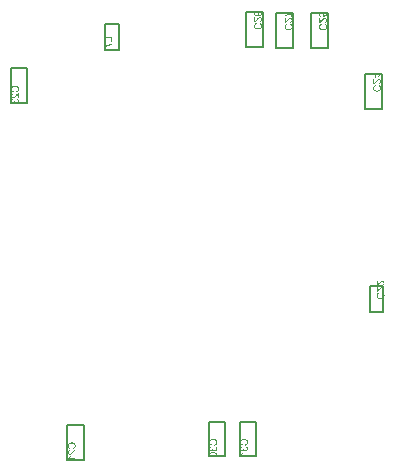
<source format=gbr>
%TF.GenerationSoftware,Altium Limited,Altium Designer,21.2.0 (30)*%
G04 Layer_Color=32896*
%FSLAX45Y45*%
%MOMM*%
%TF.SameCoordinates,6E67B6D2-48A1-4C3A-8D5B-8FB38F647B41*%
%TF.FilePolarity,Positive*%
%TF.FileFunction,Other,Bottom_Assembly*%
%TF.Part,Single*%
G01*
G75*
%TA.AperFunction,NonConductor*%
%ADD34C,0.20000*%
G36*
X3303668Y3396541D02*
X3345088D01*
Y3390162D01*
X3303668Y3360853D01*
X3296456D01*
Y3388682D01*
X3281108D01*
Y3396541D01*
X3296456D01*
Y3405232D01*
X3303668D01*
Y3396541D01*
D02*
G37*
G36*
X3288690Y3323593D02*
X3290261Y3324703D01*
X3290909Y3325258D01*
X3291556Y3325720D01*
X3292111Y3326182D01*
X3292480Y3326552D01*
X3292758Y3326829D01*
X3292850Y3326922D01*
X3293312Y3327384D01*
X3293775Y3327939D01*
X3294977Y3329233D01*
X3296363Y3330712D01*
X3297750Y3332284D01*
X3298952Y3333763D01*
X3299507Y3334411D01*
X3300062Y3334965D01*
X3300432Y3335428D01*
X3300709Y3335797D01*
X3300894Y3335982D01*
X3300986Y3336075D01*
X3302281Y3337554D01*
X3303483Y3339033D01*
X3304685Y3340328D01*
X3305702Y3341530D01*
X3306719Y3342639D01*
X3307643Y3343564D01*
X3308475Y3344488D01*
X3309215Y3345228D01*
X3309955Y3345968D01*
X3310509Y3346522D01*
X3310972Y3346985D01*
X3311434Y3347447D01*
X3311989Y3347909D01*
X3312173Y3348094D01*
X3313745Y3349389D01*
X3315132Y3350498D01*
X3316519Y3351423D01*
X3317628Y3352162D01*
X3318645Y3352717D01*
X3319385Y3353087D01*
X3319847Y3353272D01*
X3320032Y3353364D01*
X3321419Y3353919D01*
X3322806Y3354289D01*
X3324100Y3354659D01*
X3325210Y3354843D01*
X3326227Y3354936D01*
X3326966Y3355028D01*
X3327429D01*
X3327614D01*
X3329000Y3354936D01*
X3330295Y3354751D01*
X3331589Y3354566D01*
X3332699Y3354196D01*
X3334918Y3353272D01*
X3336674Y3352347D01*
X3337506Y3351792D01*
X3338154Y3351330D01*
X3338801Y3350868D01*
X3339263Y3350406D01*
X3339633Y3350036D01*
X3340003Y3349851D01*
X3340095Y3349666D01*
X3340188Y3349573D01*
X3341112Y3348556D01*
X3341944Y3347447D01*
X3342591Y3346245D01*
X3343146Y3345043D01*
X3344071Y3342639D01*
X3344718Y3340235D01*
X3344903Y3339218D01*
X3345088Y3338201D01*
X3345180Y3337277D01*
X3345273Y3336537D01*
X3345365Y3335890D01*
Y3334965D01*
X3345273Y3333301D01*
X3345180Y3331729D01*
X3344903Y3330250D01*
X3344626Y3328863D01*
X3344256Y3327569D01*
X3343886Y3326367D01*
X3343424Y3325258D01*
X3342961Y3324240D01*
X3342499Y3323316D01*
X3342037Y3322576D01*
X3341667Y3321929D01*
X3341297Y3321374D01*
X3341020Y3320912D01*
X3340742Y3320635D01*
X3340650Y3320450D01*
X3340557Y3320357D01*
X3339633Y3319433D01*
X3338616Y3318601D01*
X3337506Y3317769D01*
X3336397Y3317121D01*
X3334178Y3316012D01*
X3331959Y3315272D01*
X3330942Y3314995D01*
X3329925Y3314718D01*
X3329093Y3314533D01*
X3328353Y3314348D01*
X3327706Y3314255D01*
X3327244D01*
X3326966Y3314163D01*
X3326874D01*
X3326042Y3322206D01*
X3328168Y3322391D01*
X3330017Y3322761D01*
X3331682Y3323316D01*
X3332976Y3323963D01*
X3334086Y3324518D01*
X3334825Y3325073D01*
X3335287Y3325442D01*
X3335472Y3325627D01*
X3336582Y3327014D01*
X3337414Y3328493D01*
X3338061Y3330065D01*
X3338431Y3331452D01*
X3338708Y3332746D01*
X3338801Y3333856D01*
X3338893Y3334226D01*
Y3334780D01*
X3338801Y3336722D01*
X3338431Y3338479D01*
X3337876Y3339958D01*
X3337321Y3341252D01*
X3336674Y3342269D01*
X3336212Y3342917D01*
X3335842Y3343379D01*
X3335657Y3343564D01*
X3334363Y3344673D01*
X3333069Y3345505D01*
X3331774Y3346153D01*
X3330480Y3346522D01*
X3329463Y3346800D01*
X3328538Y3346892D01*
X3327983Y3346985D01*
X3327891D01*
X3327799D01*
X3326134Y3346800D01*
X3324378Y3346430D01*
X3322806Y3345783D01*
X3321327Y3345136D01*
X3320125Y3344396D01*
X3319108Y3343749D01*
X3318738Y3343564D01*
X3318460Y3343379D01*
X3318368Y3343194D01*
X3318276D01*
X3317259Y3342454D01*
X3316242Y3341530D01*
X3315132Y3340513D01*
X3314023Y3339403D01*
X3311804Y3337092D01*
X3309585Y3334780D01*
X3308568Y3333579D01*
X3307643Y3332562D01*
X3306811Y3331545D01*
X3306071Y3330712D01*
X3305517Y3330065D01*
X3305054Y3329510D01*
X3304777Y3329141D01*
X3304685Y3329048D01*
X3302743Y3326737D01*
X3300894Y3324610D01*
X3299230Y3322854D01*
X3297843Y3321467D01*
X3296641Y3320265D01*
X3295809Y3319433D01*
X3295254Y3318971D01*
X3295162Y3318786D01*
X3295069D01*
X3293497Y3317491D01*
X3292018Y3316474D01*
X3290539Y3315550D01*
X3289244Y3314810D01*
X3288135Y3314255D01*
X3287303Y3313885D01*
X3286748Y3313701D01*
X3286656Y3313608D01*
X3286563D01*
X3285546Y3313238D01*
X3284622Y3313053D01*
X3283697Y3312868D01*
X3282865Y3312776D01*
X3282125Y3312683D01*
X3281571D01*
X3281201D01*
X3281108D01*
Y3355121D01*
X3288690D01*
Y3323593D01*
D02*
G37*
G36*
X3303483Y3298075D02*
X3302003Y3297706D01*
X3300616Y3297243D01*
X3299322Y3296781D01*
X3298120Y3296319D01*
X3297011Y3295764D01*
X3296086Y3295209D01*
X3295162Y3294562D01*
X3294329Y3294007D01*
X3293590Y3293545D01*
X3293035Y3292990D01*
X3292480Y3292528D01*
X3292018Y3292158D01*
X3291741Y3291788D01*
X3291463Y3291511D01*
X3291371Y3291419D01*
X3291278Y3291326D01*
X3290539Y3290402D01*
X3289984Y3289385D01*
X3288967Y3287351D01*
X3288227Y3285409D01*
X3287765Y3283467D01*
X3287395Y3281803D01*
X3287303Y3281156D01*
Y3280509D01*
X3287210Y3279954D01*
Y3279307D01*
X3287303Y3277180D01*
X3287673Y3275146D01*
X3288135Y3273297D01*
X3288690Y3271633D01*
X3289244Y3270339D01*
X3289522Y3269784D01*
X3289707Y3269322D01*
X3289892Y3268952D01*
X3290076Y3268674D01*
X3290169Y3268490D01*
Y3268397D01*
X3291463Y3266640D01*
X3292850Y3265161D01*
X3294422Y3263867D01*
X3295901Y3262850D01*
X3297196Y3262018D01*
X3298305Y3261463D01*
X3298767Y3261278D01*
X3299045Y3261093D01*
X3299230Y3261001D01*
X3299322D01*
X3301726Y3260261D01*
X3304130Y3259706D01*
X3306534Y3259244D01*
X3308753Y3258967D01*
X3309770Y3258874D01*
X3310694Y3258782D01*
X3311526D01*
X3312173Y3258689D01*
X3312728D01*
X3313190D01*
X3313468D01*
X3313560D01*
X3315964Y3258782D01*
X3318183Y3258967D01*
X3320217Y3259336D01*
X3322066Y3259706D01*
X3323638Y3259984D01*
X3324285Y3260168D01*
X3324840Y3260353D01*
X3325302Y3260446D01*
X3325580Y3260538D01*
X3325764Y3260631D01*
X3325857D01*
X3327983Y3261555D01*
X3329925Y3262572D01*
X3331497Y3263682D01*
X3332884Y3264884D01*
X3333993Y3265901D01*
X3334733Y3266733D01*
X3335195Y3267380D01*
X3335380Y3267473D01*
Y3267565D01*
X3336582Y3269507D01*
X3337506Y3271633D01*
X3338154Y3273667D01*
X3338523Y3275609D01*
X3338801Y3277365D01*
X3338893Y3278105D01*
Y3278752D01*
X3338986Y3279214D01*
Y3279954D01*
X3338893Y3282265D01*
X3338523Y3284392D01*
X3337969Y3286149D01*
X3337414Y3287720D01*
X3336767Y3288922D01*
X3336304Y3289847D01*
X3335935Y3290402D01*
X3335750Y3290587D01*
X3334363Y3292066D01*
X3332791Y3293453D01*
X3331127Y3294562D01*
X3329463Y3295487D01*
X3327983Y3296226D01*
X3327244Y3296504D01*
X3326689Y3296689D01*
X3326227Y3296874D01*
X3325857Y3297058D01*
X3325672Y3297151D01*
X3325580D01*
X3327521Y3305472D01*
X3329185Y3304917D01*
X3330665Y3304362D01*
X3332052Y3303623D01*
X3333438Y3302976D01*
X3334640Y3302236D01*
X3335750Y3301404D01*
X3336859Y3300664D01*
X3337784Y3299925D01*
X3338523Y3299185D01*
X3339263Y3298538D01*
X3339910Y3297891D01*
X3340373Y3297428D01*
X3340835Y3296966D01*
X3341112Y3296596D01*
X3341205Y3296411D01*
X3341297Y3296319D01*
X3342129Y3295024D01*
X3342961Y3293730D01*
X3343609Y3292436D01*
X3344163Y3291049D01*
X3344995Y3288275D01*
X3345550Y3285779D01*
X3345827Y3284577D01*
X3345920Y3283560D01*
X3346012Y3282543D01*
X3346105Y3281711D01*
X3346197Y3281064D01*
Y3280139D01*
X3346012Y3277088D01*
X3345550Y3274129D01*
X3344995Y3271541D01*
X3344626Y3270339D01*
X3344256Y3269229D01*
X3343886Y3268212D01*
X3343516Y3267288D01*
X3343239Y3266548D01*
X3342961Y3265808D01*
X3342684Y3265346D01*
X3342499Y3264976D01*
X3342407Y3264699D01*
X3342314Y3264606D01*
X3340742Y3262110D01*
X3338893Y3259984D01*
X3337044Y3258134D01*
X3335195Y3256563D01*
X3333531Y3255361D01*
X3332791Y3254898D01*
X3332144Y3254529D01*
X3331682Y3254159D01*
X3331312Y3253974D01*
X3331034Y3253881D01*
X3330942Y3253789D01*
X3328076Y3252495D01*
X3325117Y3251570D01*
X3322159Y3250923D01*
X3319477Y3250461D01*
X3318276Y3250276D01*
X3317074Y3250183D01*
X3316149Y3250091D01*
X3315225D01*
X3314577Y3249998D01*
X3314023D01*
X3313653D01*
X3313560D01*
X3310232Y3250183D01*
X3306996Y3250553D01*
X3304130Y3251015D01*
X3302743Y3251385D01*
X3301541Y3251663D01*
X3300432Y3251940D01*
X3299415Y3252310D01*
X3298490Y3252587D01*
X3297750Y3252772D01*
X3297196Y3253049D01*
X3296733Y3253142D01*
X3296456Y3253327D01*
X3296363D01*
X3293590Y3254714D01*
X3291093Y3256285D01*
X3288967Y3257950D01*
X3288135Y3258782D01*
X3287303Y3259521D01*
X3286563Y3260261D01*
X3285916Y3261001D01*
X3285361Y3261648D01*
X3284991Y3262203D01*
X3284622Y3262572D01*
X3284344Y3262942D01*
X3284252Y3263127D01*
X3284159Y3263220D01*
X3283420Y3264514D01*
X3282772Y3265808D01*
X3281755Y3268582D01*
X3281016Y3271356D01*
X3280554Y3274037D01*
X3280369Y3275331D01*
X3280184Y3276441D01*
X3280091Y3277458D01*
Y3278290D01*
X3279999Y3279030D01*
Y3280047D01*
X3280091Y3281896D01*
X3280276Y3283652D01*
X3280461Y3285317D01*
X3280831Y3286888D01*
X3281293Y3288368D01*
X3281755Y3289754D01*
X3282218Y3291049D01*
X3282772Y3292251D01*
X3283235Y3293268D01*
X3283697Y3294285D01*
X3284159Y3295024D01*
X3284622Y3295764D01*
X3284991Y3296226D01*
X3285176Y3296689D01*
X3285361Y3296874D01*
X3285454Y3296966D01*
X3286563Y3298260D01*
X3287673Y3299370D01*
X3288967Y3300387D01*
X3290261Y3301404D01*
X3292850Y3303068D01*
X3295439Y3304362D01*
X3296641Y3304917D01*
X3297750Y3305379D01*
X3298767Y3305749D01*
X3299599Y3306027D01*
X3300339Y3306304D01*
X3300894Y3306489D01*
X3301264Y3306581D01*
X3301356D01*
X3303483Y3298075D01*
D02*
G37*
G36*
X2295806Y3931091D02*
X2297378Y3930906D01*
X2298950Y3930629D01*
X2300337Y3930352D01*
X2301631Y3929889D01*
X2302925Y3929427D01*
X2304035Y3928965D01*
X2305052Y3928410D01*
X2305976Y3927855D01*
X2306808Y3927393D01*
X2307456Y3926931D01*
X2308103Y3926468D01*
X2308565Y3926191D01*
X2308842Y3925914D01*
X2309027Y3925729D01*
X2309120Y3925636D01*
X2310137Y3924619D01*
X2311061Y3923510D01*
X2311801Y3922308D01*
X2312448Y3921198D01*
X2313095Y3920089D01*
X2313558Y3918979D01*
X2314205Y3916853D01*
X2314482Y3915928D01*
X2314667Y3915004D01*
X2314760Y3914264D01*
X2314852Y3913525D01*
X2314945Y3912970D01*
Y3912230D01*
X2314852Y3910566D01*
X2314575Y3908994D01*
X2314297Y3907515D01*
X2313928Y3906221D01*
X2313465Y3905111D01*
X2313188Y3904279D01*
X2312911Y3903724D01*
X2312818Y3903632D01*
Y3903539D01*
X2311894Y3902060D01*
X2310877Y3900766D01*
X2309859Y3899564D01*
X2308750Y3898639D01*
X2307825Y3897807D01*
X2307086Y3897160D01*
X2306531Y3896790D01*
X2306439Y3896698D01*
X2308103D01*
X2309767Y3896790D01*
X2311246Y3896882D01*
X2312726Y3897067D01*
X2314020Y3897160D01*
X2315222Y3897345D01*
X2316331Y3897530D01*
X2317348Y3897807D01*
X2318273Y3897992D01*
X2319013Y3898177D01*
X2319660Y3898362D01*
X2320215Y3898454D01*
X2320584Y3898639D01*
X2320862Y3898732D01*
X2321047Y3898824D01*
X2321139D01*
X2322988Y3899749D01*
X2324652Y3900673D01*
X2325947Y3901690D01*
X2327056Y3902615D01*
X2327981Y3903447D01*
X2328628Y3904094D01*
X2328998Y3904556D01*
X2329090Y3904741D01*
X2329830Y3905851D01*
X2330292Y3906960D01*
X2330662Y3908070D01*
X2330939Y3909179D01*
X2331124Y3910011D01*
X2331217Y3910751D01*
Y3911398D01*
X2331032Y3913062D01*
X2330662Y3914634D01*
X2330107Y3915928D01*
X2329553Y3917130D01*
X2328905Y3918055D01*
X2328351Y3918702D01*
X2327981Y3919072D01*
X2327796Y3919257D01*
X2326964Y3919904D01*
X2325947Y3920551D01*
X2324837Y3921106D01*
X2323728Y3921476D01*
X2322711Y3921846D01*
X2321879Y3922123D01*
X2321324Y3922215D01*
X2321232Y3922308D01*
X2321139D01*
X2321786Y3930167D01*
X2324375Y3929612D01*
X2326686Y3928780D01*
X2328721Y3927855D01*
X2330385Y3926838D01*
X2331679Y3925821D01*
X2332234Y3925451D01*
X2332696Y3924989D01*
X2332973Y3924712D01*
X2333251Y3924434D01*
X2333343Y3924342D01*
X2333436Y3924249D01*
X2334175Y3923325D01*
X2334823Y3922308D01*
X2335932Y3920274D01*
X2336672Y3918240D01*
X2337134Y3916298D01*
X2337504Y3914542D01*
X2337596Y3913802D01*
Y3913155D01*
X2337689Y3912600D01*
Y3911860D01*
X2337596Y3910011D01*
X2337411Y3908255D01*
X2337042Y3906590D01*
X2336579Y3905019D01*
X2335932Y3903632D01*
X2335377Y3902245D01*
X2334638Y3901043D01*
X2333991Y3899934D01*
X2333343Y3899009D01*
X2332604Y3898084D01*
X2332049Y3897345D01*
X2331494Y3896790D01*
X2330939Y3896328D01*
X2330570Y3895958D01*
X2330385Y3895773D01*
X2330292Y3895681D01*
X2328628Y3894479D01*
X2326686Y3893462D01*
X2324652Y3892537D01*
X2322526Y3891705D01*
X2320307Y3891058D01*
X2318088Y3890503D01*
X2315777Y3890041D01*
X2313650Y3889671D01*
X2311524Y3889394D01*
X2309582Y3889209D01*
X2307825Y3889024D01*
X2306346Y3888931D01*
X2305052D01*
X2304127Y3888839D01*
X2303757D01*
X2303480D01*
X2303388D01*
X2303295D01*
X2300337Y3888931D01*
X2297563Y3889116D01*
X2294974Y3889394D01*
X2292570Y3889856D01*
X2290444Y3890318D01*
X2288502Y3890780D01*
X2286745Y3891335D01*
X2285174Y3891982D01*
X2283879Y3892537D01*
X2282677Y3893092D01*
X2281753Y3893554D01*
X2280921Y3894109D01*
X2280274Y3894479D01*
X2279904Y3894756D01*
X2279626Y3894941D01*
X2279534Y3895033D01*
X2278240Y3896235D01*
X2277130Y3897530D01*
X2276206Y3898824D01*
X2275373Y3900118D01*
X2274634Y3901505D01*
X2274079Y3902800D01*
X2273617Y3904094D01*
X2273247Y3905388D01*
X2272970Y3906498D01*
X2272692Y3907607D01*
X2272507Y3908532D01*
X2272415Y3909364D01*
Y3910104D01*
X2272322Y3910566D01*
Y3911028D01*
X2272415Y3913155D01*
X2272785Y3915096D01*
X2273154Y3916853D01*
X2273709Y3918425D01*
X2274171Y3919627D01*
X2274634Y3920551D01*
X2274726Y3920921D01*
X2274911Y3921198D01*
X2275004Y3921291D01*
Y3921383D01*
X2276113Y3922955D01*
X2277407Y3924434D01*
X2278702Y3925636D01*
X2279996Y3926653D01*
X2281198Y3927485D01*
X2282123Y3928040D01*
X2282493Y3928225D01*
X2282770Y3928410D01*
X2282862Y3928502D01*
X2282955D01*
X2284896Y3929427D01*
X2286930Y3930074D01*
X2288780Y3930536D01*
X2290536Y3930814D01*
X2292015Y3931091D01*
X2292570D01*
X2293125Y3931184D01*
X2293587D01*
X2293865D01*
X2294050D01*
X2294142D01*
X2295806Y3931091D01*
D02*
G37*
G36*
X2281013Y3849268D02*
X2282585Y3850377D01*
X2283232Y3850932D01*
X2283879Y3851394D01*
X2284434Y3851856D01*
X2284804Y3852226D01*
X2285081Y3852504D01*
X2285174Y3852596D01*
X2285636Y3853058D01*
X2286098Y3853613D01*
X2287300Y3854907D01*
X2288687Y3856387D01*
X2290074Y3857959D01*
X2291276Y3859438D01*
X2291831Y3860085D01*
X2292385Y3860640D01*
X2292755Y3861102D01*
X2293032Y3861472D01*
X2293217Y3861657D01*
X2293310Y3861749D01*
X2294604Y3863228D01*
X2295806Y3864708D01*
X2297008Y3866002D01*
X2298025Y3867204D01*
X2299042Y3868314D01*
X2299967Y3869238D01*
X2300799Y3870163D01*
X2301538Y3870902D01*
X2302278Y3871642D01*
X2302833Y3872197D01*
X2303295Y3872659D01*
X2303757Y3873121D01*
X2304312Y3873584D01*
X2304497Y3873768D01*
X2306069Y3875063D01*
X2307456Y3876172D01*
X2308842Y3877097D01*
X2309952Y3877837D01*
X2310969Y3878391D01*
X2311709Y3878761D01*
X2312171Y3878946D01*
X2312356Y3879038D01*
X2313743Y3879593D01*
X2315129Y3879963D01*
X2316424Y3880333D01*
X2317533Y3880518D01*
X2318550Y3880610D01*
X2319290Y3880703D01*
X2319752D01*
X2319937D01*
X2321324Y3880610D01*
X2322618Y3880425D01*
X2323913Y3880240D01*
X2325022Y3879871D01*
X2327241Y3878946D01*
X2328998Y3878021D01*
X2329830Y3877467D01*
X2330477Y3877004D01*
X2331124Y3876542D01*
X2331587Y3876080D01*
X2331956Y3875710D01*
X2332326Y3875525D01*
X2332419Y3875340D01*
X2332511Y3875248D01*
X2333436Y3874231D01*
X2334268Y3873121D01*
X2334915Y3871919D01*
X2335470Y3870717D01*
X2336394Y3868314D01*
X2337042Y3865910D01*
X2337226Y3864893D01*
X2337411Y3863876D01*
X2337504Y3862951D01*
X2337596Y3862211D01*
X2337689Y3861564D01*
Y3860640D01*
X2337596Y3858976D01*
X2337504Y3857404D01*
X2337226Y3855924D01*
X2336949Y3854538D01*
X2336579Y3853243D01*
X2336209Y3852041D01*
X2335747Y3850932D01*
X2335285Y3849915D01*
X2334823Y3848990D01*
X2334360Y3848251D01*
X2333991Y3847603D01*
X2333621Y3847049D01*
X2333343Y3846586D01*
X2333066Y3846309D01*
X2332973Y3846124D01*
X2332881Y3846032D01*
X2331956Y3845107D01*
X2330939Y3844275D01*
X2329830Y3843443D01*
X2328721Y3842796D01*
X2326502Y3841686D01*
X2324283Y3840947D01*
X2323266Y3840669D01*
X2322249Y3840392D01*
X2321416Y3840207D01*
X2320677Y3840022D01*
X2320030Y3839930D01*
X2319567D01*
X2319290Y3839837D01*
X2319198D01*
X2318365Y3847881D01*
X2320492Y3848066D01*
X2322341Y3848436D01*
X2324005Y3848990D01*
X2325300Y3849637D01*
X2326409Y3850192D01*
X2327149Y3850747D01*
X2327611Y3851117D01*
X2327796Y3851302D01*
X2328905Y3852689D01*
X2329738Y3854168D01*
X2330385Y3855740D01*
X2330755Y3857126D01*
X2331032Y3858421D01*
X2331124Y3859530D01*
X2331217Y3859900D01*
Y3860455D01*
X2331124Y3862396D01*
X2330755Y3864153D01*
X2330200Y3865632D01*
X2329645Y3866927D01*
X2328998Y3867944D01*
X2328536Y3868591D01*
X2328166Y3869053D01*
X2327981Y3869238D01*
X2326686Y3870348D01*
X2325392Y3871180D01*
X2324098Y3871827D01*
X2322803Y3872197D01*
X2321786Y3872474D01*
X2320862Y3872567D01*
X2320307Y3872659D01*
X2320215D01*
X2320122D01*
X2318458Y3872474D01*
X2316701Y3872104D01*
X2315129Y3871457D01*
X2313650Y3870810D01*
X2312448Y3870070D01*
X2311431Y3869423D01*
X2311061Y3869238D01*
X2310784Y3869053D01*
X2310692Y3868868D01*
X2310599D01*
X2309582Y3868129D01*
X2308565Y3867204D01*
X2307456Y3866187D01*
X2306346Y3865078D01*
X2304127Y3862766D01*
X2301908Y3860455D01*
X2300891Y3859253D01*
X2299967Y3858236D01*
X2299135Y3857219D01*
X2298395Y3856387D01*
X2297840Y3855740D01*
X2297378Y3855185D01*
X2297101Y3854815D01*
X2297008Y3854723D01*
X2295067Y3852411D01*
X2293217Y3850285D01*
X2291553Y3848528D01*
X2290166Y3847141D01*
X2288964Y3845939D01*
X2288132Y3845107D01*
X2287578Y3844645D01*
X2287485Y3844460D01*
X2287393D01*
X2285821Y3843166D01*
X2284342Y3842149D01*
X2282862Y3841224D01*
X2281568Y3840484D01*
X2280458Y3839930D01*
X2279626Y3839560D01*
X2279072Y3839375D01*
X2278979Y3839282D01*
X2278887D01*
X2277870Y3838913D01*
X2276945Y3838728D01*
X2276021Y3838543D01*
X2275188Y3838450D01*
X2274449Y3838358D01*
X2273894D01*
X2273524D01*
X2273432D01*
Y3880795D01*
X2281013D01*
Y3849268D01*
D02*
G37*
G36*
X2295806Y3823750D02*
X2294327Y3823380D01*
X2292940Y3822918D01*
X2291646Y3822455D01*
X2290444Y3821993D01*
X2289334Y3821438D01*
X2288410Y3820884D01*
X2287485Y3820236D01*
X2286653Y3819682D01*
X2285913Y3819219D01*
X2285359Y3818665D01*
X2284804Y3818202D01*
X2284342Y3817833D01*
X2284064Y3817463D01*
X2283787Y3817185D01*
X2283694Y3817093D01*
X2283602Y3817000D01*
X2282862Y3816076D01*
X2282308Y3815059D01*
X2281291Y3813025D01*
X2280551Y3811083D01*
X2280089Y3809142D01*
X2279719Y3807478D01*
X2279626Y3806830D01*
Y3806183D01*
X2279534Y3805628D01*
Y3804981D01*
X2279626Y3802855D01*
X2279996Y3800821D01*
X2280458Y3798972D01*
X2281013Y3797307D01*
X2281568Y3796013D01*
X2281845Y3795458D01*
X2282030Y3794996D01*
X2282215Y3794626D01*
X2282400Y3794349D01*
X2282493Y3794164D01*
Y3794071D01*
X2283787Y3792315D01*
X2285174Y3790835D01*
X2286745Y3789541D01*
X2288225Y3788524D01*
X2289519Y3787692D01*
X2290629Y3787137D01*
X2291091Y3786952D01*
X2291368Y3786767D01*
X2291553Y3786675D01*
X2291646D01*
X2294050Y3785935D01*
X2296453Y3785381D01*
X2298857Y3784918D01*
X2301076Y3784641D01*
X2302093Y3784548D01*
X2303018Y3784456D01*
X2303850D01*
X2304497Y3784364D01*
X2305052D01*
X2305514D01*
X2305791D01*
X2305884D01*
X2308288Y3784456D01*
X2310507Y3784641D01*
X2312541Y3785011D01*
X2314390Y3785381D01*
X2315962Y3785658D01*
X2316609Y3785843D01*
X2317164Y3786028D01*
X2317626Y3786120D01*
X2317903Y3786213D01*
X2318088Y3786305D01*
X2318181D01*
X2320307Y3787230D01*
X2322249Y3788247D01*
X2323820Y3789356D01*
X2325207Y3790558D01*
X2326317Y3791575D01*
X2327056Y3792407D01*
X2327519Y3793054D01*
X2327703Y3793147D01*
Y3793239D01*
X2328905Y3795181D01*
X2329830Y3797307D01*
X2330477Y3799341D01*
X2330847Y3801283D01*
X2331124Y3803040D01*
X2331217Y3803779D01*
Y3804426D01*
X2331309Y3804889D01*
Y3805628D01*
X2331217Y3807940D01*
X2330847Y3810066D01*
X2330292Y3811823D01*
X2329738Y3813395D01*
X2329090Y3814597D01*
X2328628Y3815521D01*
X2328258Y3816076D01*
X2328073Y3816261D01*
X2326686Y3817740D01*
X2325115Y3819127D01*
X2323451Y3820236D01*
X2321786Y3821161D01*
X2320307Y3821901D01*
X2319567Y3822178D01*
X2319013Y3822363D01*
X2318550Y3822548D01*
X2318181Y3822733D01*
X2317996Y3822825D01*
X2317903D01*
X2319845Y3831146D01*
X2321509Y3830592D01*
X2322988Y3830037D01*
X2324375Y3829297D01*
X2325762Y3828650D01*
X2326964Y3827910D01*
X2328073Y3827078D01*
X2329183Y3826339D01*
X2330107Y3825599D01*
X2330847Y3824859D01*
X2331587Y3824212D01*
X2332234Y3823565D01*
X2332696Y3823103D01*
X2333158Y3822640D01*
X2333436Y3822270D01*
X2333528Y3822086D01*
X2333621Y3821993D01*
X2334453Y3820699D01*
X2335285Y3819404D01*
X2335932Y3818110D01*
X2336487Y3816723D01*
X2337319Y3813949D01*
X2337874Y3811453D01*
X2338151Y3810251D01*
X2338243Y3809234D01*
X2338336Y3808217D01*
X2338428Y3807385D01*
X2338521Y3806738D01*
Y3805813D01*
X2338336Y3802762D01*
X2337874Y3799804D01*
X2337319Y3797215D01*
X2336949Y3796013D01*
X2336579Y3794904D01*
X2336209Y3793886D01*
X2335840Y3792962D01*
X2335562Y3792222D01*
X2335285Y3791483D01*
X2335008Y3791020D01*
X2334823Y3790651D01*
X2334730Y3790373D01*
X2334638Y3790281D01*
X2333066Y3787784D01*
X2331217Y3785658D01*
X2329368Y3783809D01*
X2327519Y3782237D01*
X2325854Y3781035D01*
X2325115Y3780573D01*
X2324468Y3780203D01*
X2324005Y3779833D01*
X2323635Y3779648D01*
X2323358Y3779556D01*
X2323266Y3779463D01*
X2320399Y3778169D01*
X2317441Y3777244D01*
X2314482Y3776597D01*
X2311801Y3776135D01*
X2310599Y3775950D01*
X2309397Y3775858D01*
X2308473Y3775765D01*
X2307548D01*
X2306901Y3775673D01*
X2306346D01*
X2305976D01*
X2305884D01*
X2302555Y3775858D01*
X2299320Y3776227D01*
X2296453Y3776690D01*
X2295067Y3777060D01*
X2293865Y3777337D01*
X2292755Y3777614D01*
X2291738Y3777984D01*
X2290814Y3778261D01*
X2290074Y3778446D01*
X2289519Y3778724D01*
X2289057Y3778816D01*
X2288780Y3779001D01*
X2288687D01*
X2285913Y3780388D01*
X2283417Y3781960D01*
X2281291Y3783624D01*
X2280458Y3784456D01*
X2279626Y3785196D01*
X2278887Y3785935D01*
X2278240Y3786675D01*
X2277685Y3787322D01*
X2277315Y3787877D01*
X2276945Y3788247D01*
X2276668Y3788617D01*
X2276575Y3788801D01*
X2276483Y3788894D01*
X2275743Y3790188D01*
X2275096Y3791483D01*
X2274079Y3794256D01*
X2273339Y3797030D01*
X2272877Y3799711D01*
X2272692Y3801006D01*
X2272507Y3802115D01*
X2272415Y3803132D01*
Y3803964D01*
X2272322Y3804704D01*
Y3805721D01*
X2272415Y3807570D01*
X2272600Y3809327D01*
X2272785Y3810991D01*
X2273154Y3812563D01*
X2273617Y3814042D01*
X2274079Y3815429D01*
X2274541Y3816723D01*
X2275096Y3817925D01*
X2275558Y3818942D01*
X2276021Y3819959D01*
X2276483Y3820699D01*
X2276945Y3821438D01*
X2277315Y3821901D01*
X2277500Y3822363D01*
X2277685Y3822548D01*
X2277777Y3822640D01*
X2278887Y3823935D01*
X2279996Y3825044D01*
X2281291Y3826061D01*
X2282585Y3827078D01*
X2285174Y3828742D01*
X2287763Y3830037D01*
X2288964Y3830592D01*
X2290074Y3831054D01*
X2291091Y3831424D01*
X2291923Y3831701D01*
X2292663Y3831978D01*
X2293217Y3832163D01*
X2293587Y3832256D01*
X2293680D01*
X2295806Y3823750D01*
D02*
G37*
G36*
X1070001Y3669968D02*
X1062420D01*
Y3701495D01*
X1006021D01*
Y3710001D01*
X1070001D01*
Y3669968D01*
D02*
G37*
G36*
X1014435Y3631228D02*
X1017116Y3633447D01*
X1019982Y3635574D01*
X1022756Y3637423D01*
X1025437Y3639180D01*
X1026639Y3639919D01*
X1027749Y3640567D01*
X1028766Y3641214D01*
X1029598Y3641676D01*
X1030337Y3642046D01*
X1030800Y3642323D01*
X1031169Y3642508D01*
X1031262Y3642601D01*
X1034960Y3644450D01*
X1038658Y3646114D01*
X1042172Y3647501D01*
X1043743Y3648055D01*
X1045315Y3648610D01*
X1046702Y3649165D01*
X1047996Y3649535D01*
X1049106Y3649905D01*
X1050030Y3650182D01*
X1050863Y3650459D01*
X1051417Y3650644D01*
X1051787Y3650737D01*
X1051880D01*
X1055670Y3651661D01*
X1057519Y3652031D01*
X1059184Y3652308D01*
X1060755Y3652586D01*
X1062327Y3652863D01*
X1063621Y3653048D01*
X1064916Y3653233D01*
X1066025Y3653325D01*
X1067042Y3653418D01*
X1067967Y3653510D01*
X1068707D01*
X1069261Y3653603D01*
X1069631D01*
X1069908D01*
X1070001D01*
Y3645559D01*
X1066488Y3645282D01*
X1063252Y3644819D01*
X1060293Y3644357D01*
X1058906Y3644080D01*
X1057612Y3643802D01*
X1056502Y3643618D01*
X1055485Y3643340D01*
X1054561Y3643155D01*
X1053821Y3642970D01*
X1053266Y3642785D01*
X1052804Y3642693D01*
X1052527Y3642601D01*
X1052434D01*
X1048181Y3641214D01*
X1044206Y3639734D01*
X1042264Y3638995D01*
X1040415Y3638255D01*
X1038751Y3637423D01*
X1037087Y3636683D01*
X1035607Y3636036D01*
X1034313Y3635389D01*
X1033203Y3634834D01*
X1032186Y3634372D01*
X1031354Y3633910D01*
X1030800Y3633632D01*
X1030430Y3633447D01*
X1030337Y3633355D01*
X1028396Y3632245D01*
X1026454Y3631136D01*
X1024697Y3630027D01*
X1023033Y3628917D01*
X1021554Y3627900D01*
X1020075Y3626883D01*
X1018780Y3625866D01*
X1017671Y3625034D01*
X1016561Y3624202D01*
X1015637Y3623462D01*
X1014897Y3622722D01*
X1014250Y3622168D01*
X1013695Y3621798D01*
X1013325Y3621428D01*
X1013140Y3621243D01*
X1013048Y3621151D01*
X1006853D01*
Y3662571D01*
X1014435D01*
Y3631228D01*
D02*
G37*
G36*
X3318083Y1616368D02*
X3319655Y1617478D01*
X3320302Y1618033D01*
X3320949Y1618495D01*
X3321504Y1618957D01*
X3321874Y1619327D01*
X3322151Y1619604D01*
X3322244Y1619697D01*
X3322706Y1620159D01*
X3323168Y1620714D01*
X3324370Y1622008D01*
X3325757Y1623487D01*
X3327144Y1625059D01*
X3328346Y1626539D01*
X3328901Y1627186D01*
X3329455Y1627740D01*
X3329825Y1628203D01*
X3330103Y1628573D01*
X3330287Y1628757D01*
X3330380Y1628850D01*
X3331674Y1630329D01*
X3332876Y1631809D01*
X3334078Y1633103D01*
X3335095Y1634305D01*
X3336112Y1635414D01*
X3337037Y1636339D01*
X3337869Y1637263D01*
X3338609Y1638003D01*
X3339348Y1638743D01*
X3339903Y1639297D01*
X3340365Y1639760D01*
X3340827Y1640222D01*
X3341382Y1640684D01*
X3341567Y1640869D01*
X3343139Y1642164D01*
X3344526Y1643273D01*
X3345913Y1644198D01*
X3347022Y1644937D01*
X3348039Y1645492D01*
X3348779Y1645862D01*
X3349241Y1646047D01*
X3349426Y1646139D01*
X3350813Y1646694D01*
X3352200Y1647064D01*
X3353494Y1647434D01*
X3354603Y1647618D01*
X3355620Y1647711D01*
X3356360Y1647803D01*
X3356822D01*
X3357007D01*
X3358394Y1647711D01*
X3359688Y1647526D01*
X3360983Y1647341D01*
X3362092Y1646971D01*
X3364311Y1646047D01*
X3366068Y1645122D01*
X3366900Y1644567D01*
X3367547Y1644105D01*
X3368194Y1643643D01*
X3368657Y1643181D01*
X3369027Y1642811D01*
X3369396Y1642626D01*
X3369489Y1642441D01*
X3369581Y1642349D01*
X3370506Y1641331D01*
X3371338Y1640222D01*
X3371985Y1639020D01*
X3372540Y1637818D01*
X3373464Y1635414D01*
X3374112Y1633010D01*
X3374297Y1631993D01*
X3374481Y1630976D01*
X3374574Y1630052D01*
X3374666Y1629312D01*
X3374759Y1628665D01*
Y1627740D01*
X3374666Y1626076D01*
X3374574Y1624504D01*
X3374297Y1623025D01*
X3374019Y1621638D01*
X3373649Y1620344D01*
X3373280Y1619142D01*
X3372817Y1618033D01*
X3372355Y1617016D01*
X3371893Y1616091D01*
X3371430Y1615351D01*
X3371061Y1614704D01*
X3370691Y1614149D01*
X3370413Y1613687D01*
X3370136Y1613410D01*
X3370044Y1613225D01*
X3369951Y1613132D01*
X3369027Y1612208D01*
X3368010Y1611376D01*
X3366900Y1610544D01*
X3365791Y1609896D01*
X3363572Y1608787D01*
X3361353Y1608047D01*
X3360336Y1607770D01*
X3359319Y1607493D01*
X3358487Y1607308D01*
X3357747Y1607123D01*
X3357100Y1607030D01*
X3356637D01*
X3356360Y1606938D01*
X3356268D01*
X3355436Y1614982D01*
X3357562Y1615166D01*
X3359411Y1615536D01*
X3361075Y1616091D01*
X3362370Y1616738D01*
X3363479Y1617293D01*
X3364219Y1617848D01*
X3364681Y1618217D01*
X3364866Y1618402D01*
X3365975Y1619789D01*
X3366808Y1621269D01*
X3367455Y1622840D01*
X3367825Y1624227D01*
X3368102Y1625522D01*
X3368194Y1626631D01*
X3368287Y1627001D01*
Y1627556D01*
X3368194Y1629497D01*
X3367825Y1631254D01*
X3367270Y1632733D01*
X3366715Y1634027D01*
X3366068Y1635044D01*
X3365606Y1635692D01*
X3365236Y1636154D01*
X3365051Y1636339D01*
X3363757Y1637448D01*
X3362462Y1638280D01*
X3361168Y1638928D01*
X3359873Y1639297D01*
X3358856Y1639575D01*
X3357932Y1639667D01*
X3357377Y1639760D01*
X3357285D01*
X3357192D01*
X3355528Y1639575D01*
X3353771Y1639205D01*
X3352200Y1638558D01*
X3350720Y1637911D01*
X3349518Y1637171D01*
X3348501Y1636524D01*
X3348131Y1636339D01*
X3347854Y1636154D01*
X3347762Y1635969D01*
X3347669D01*
X3346652Y1635229D01*
X3345635Y1634305D01*
X3344526Y1633288D01*
X3343416Y1632178D01*
X3341197Y1629867D01*
X3338978Y1627556D01*
X3337961Y1626354D01*
X3337037Y1625337D01*
X3336205Y1624320D01*
X3335465Y1623487D01*
X3334910Y1622840D01*
X3334448Y1622286D01*
X3334171Y1621916D01*
X3334078Y1621823D01*
X3332137Y1619512D01*
X3330287Y1617385D01*
X3328623Y1615629D01*
X3327236Y1614242D01*
X3326034Y1613040D01*
X3325202Y1612208D01*
X3324648Y1611746D01*
X3324555Y1611561D01*
X3324463D01*
X3322891Y1610266D01*
X3321412Y1609249D01*
X3319932Y1608325D01*
X3318638Y1607585D01*
X3317529Y1607030D01*
X3316696Y1606660D01*
X3316142Y1606476D01*
X3316049Y1606383D01*
X3315957D01*
X3314940Y1606013D01*
X3314015Y1605828D01*
X3313091Y1605643D01*
X3312259Y1605551D01*
X3311519Y1605459D01*
X3310964D01*
X3310594D01*
X3310502D01*
Y1647896D01*
X3318083D01*
Y1616368D01*
D02*
G37*
G36*
Y1566627D02*
X3319655Y1567737D01*
X3320302Y1568291D01*
X3320949Y1568754D01*
X3321504Y1569216D01*
X3321874Y1569586D01*
X3322151Y1569863D01*
X3322244Y1569955D01*
X3322706Y1570418D01*
X3323168Y1570972D01*
X3324370Y1572267D01*
X3325757Y1573746D01*
X3327144Y1575318D01*
X3328346Y1576797D01*
X3328901Y1577444D01*
X3329455Y1577999D01*
X3329825Y1578461D01*
X3330103Y1578831D01*
X3330287Y1579016D01*
X3330380Y1579109D01*
X3331674Y1580588D01*
X3332876Y1582067D01*
X3334078Y1583362D01*
X3335095Y1584564D01*
X3336112Y1585673D01*
X3337037Y1586598D01*
X3337869Y1587522D01*
X3338609Y1588262D01*
X3339348Y1589001D01*
X3339903Y1589556D01*
X3340365Y1590018D01*
X3340827Y1590481D01*
X3341382Y1590943D01*
X3341567Y1591128D01*
X3343139Y1592422D01*
X3344526Y1593532D01*
X3345913Y1594456D01*
X3347022Y1595196D01*
X3348039Y1595751D01*
X3348779Y1596121D01*
X3349241Y1596305D01*
X3349426Y1596398D01*
X3350813Y1596953D01*
X3352200Y1597322D01*
X3353494Y1597692D01*
X3354603Y1597877D01*
X3355620Y1597970D01*
X3356360Y1598062D01*
X3356822D01*
X3357007D01*
X3358394Y1597970D01*
X3359688Y1597785D01*
X3360983Y1597600D01*
X3362092Y1597230D01*
X3364311Y1596305D01*
X3366068Y1595381D01*
X3366900Y1594826D01*
X3367547Y1594364D01*
X3368194Y1593902D01*
X3368657Y1593439D01*
X3369027Y1593069D01*
X3369396Y1592885D01*
X3369489Y1592700D01*
X3369581Y1592607D01*
X3370506Y1591590D01*
X3371338Y1590481D01*
X3371985Y1589279D01*
X3372540Y1588077D01*
X3373464Y1585673D01*
X3374112Y1583269D01*
X3374297Y1582252D01*
X3374481Y1581235D01*
X3374574Y1580311D01*
X3374666Y1579571D01*
X3374759Y1578924D01*
Y1577999D01*
X3374666Y1576335D01*
X3374574Y1574763D01*
X3374297Y1573284D01*
X3374019Y1571897D01*
X3373649Y1570603D01*
X3373280Y1569401D01*
X3372817Y1568291D01*
X3372355Y1567274D01*
X3371893Y1566350D01*
X3371430Y1565610D01*
X3371061Y1564963D01*
X3370691Y1564408D01*
X3370413Y1563946D01*
X3370136Y1563668D01*
X3370044Y1563484D01*
X3369951Y1563391D01*
X3369027Y1562467D01*
X3368010Y1561634D01*
X3366900Y1560802D01*
X3365791Y1560155D01*
X3363572Y1559046D01*
X3361353Y1558306D01*
X3360336Y1558029D01*
X3359319Y1557751D01*
X3358487Y1557566D01*
X3357747Y1557381D01*
X3357100Y1557289D01*
X3356637D01*
X3356360Y1557197D01*
X3356268D01*
X3355436Y1565240D01*
X3357562Y1565425D01*
X3359411Y1565795D01*
X3361075Y1566350D01*
X3362370Y1566997D01*
X3363479Y1567552D01*
X3364219Y1568106D01*
X3364681Y1568476D01*
X3364866Y1568661D01*
X3365975Y1570048D01*
X3366808Y1571527D01*
X3367455Y1573099D01*
X3367825Y1574486D01*
X3368102Y1575780D01*
X3368194Y1576890D01*
X3368287Y1577259D01*
Y1577814D01*
X3368194Y1579756D01*
X3367825Y1581512D01*
X3367270Y1582992D01*
X3366715Y1584286D01*
X3366068Y1585303D01*
X3365606Y1585950D01*
X3365236Y1586413D01*
X3365051Y1586598D01*
X3363757Y1587707D01*
X3362462Y1588539D01*
X3361168Y1589186D01*
X3359873Y1589556D01*
X3358856Y1589833D01*
X3357932Y1589926D01*
X3357377Y1590018D01*
X3357285D01*
X3357192D01*
X3355528Y1589833D01*
X3353771Y1589464D01*
X3352200Y1588816D01*
X3350720Y1588169D01*
X3349518Y1587430D01*
X3348501Y1586782D01*
X3348131Y1586598D01*
X3347854Y1586413D01*
X3347762Y1586228D01*
X3347669D01*
X3346652Y1585488D01*
X3345635Y1584564D01*
X3344526Y1583546D01*
X3343416Y1582437D01*
X3341197Y1580126D01*
X3338978Y1577814D01*
X3337961Y1576612D01*
X3337037Y1575595D01*
X3336205Y1574578D01*
X3335465Y1573746D01*
X3334910Y1573099D01*
X3334448Y1572544D01*
X3334171Y1572174D01*
X3334078Y1572082D01*
X3332137Y1569771D01*
X3330287Y1567644D01*
X3328623Y1565887D01*
X3327236Y1564501D01*
X3326034Y1563299D01*
X3325202Y1562467D01*
X3324648Y1562004D01*
X3324555Y1561819D01*
X3324463D01*
X3322891Y1560525D01*
X3321412Y1559508D01*
X3319932Y1558583D01*
X3318638Y1557844D01*
X3317529Y1557289D01*
X3316696Y1556919D01*
X3316142Y1556734D01*
X3316049Y1556642D01*
X3315957D01*
X3314940Y1556272D01*
X3314015Y1556087D01*
X3313091Y1555902D01*
X3312259Y1555810D01*
X3311519Y1555717D01*
X3310964D01*
X3310594D01*
X3310502D01*
Y1598155D01*
X3318083D01*
Y1566627D01*
D02*
G37*
G36*
X3332876Y1541109D02*
X3331397Y1540739D01*
X3330010Y1540277D01*
X3328716Y1539815D01*
X3327514Y1539353D01*
X3326404Y1538798D01*
X3325480Y1538243D01*
X3324555Y1537596D01*
X3323723Y1537041D01*
X3322983Y1536579D01*
X3322429Y1536024D01*
X3321874Y1535562D01*
X3321412Y1535192D01*
X3321134Y1534822D01*
X3320857Y1534545D01*
X3320765Y1534452D01*
X3320672Y1534360D01*
X3319932Y1533435D01*
X3319378Y1532418D01*
X3318361Y1530384D01*
X3317621Y1528443D01*
X3317159Y1526501D01*
X3316789Y1524837D01*
X3316696Y1524190D01*
Y1523543D01*
X3316604Y1522988D01*
Y1522341D01*
X3316696Y1520214D01*
X3317066Y1518180D01*
X3317529Y1516331D01*
X3318083Y1514667D01*
X3318638Y1513372D01*
X3318915Y1512818D01*
X3319100Y1512355D01*
X3319285Y1511986D01*
X3319470Y1511708D01*
X3319563Y1511523D01*
Y1511431D01*
X3320857Y1509674D01*
X3322244Y1508195D01*
X3323816Y1506900D01*
X3325295Y1505883D01*
X3326589Y1505051D01*
X3327699Y1504497D01*
X3328161Y1504312D01*
X3328438Y1504127D01*
X3328623Y1504034D01*
X3328716D01*
X3331120Y1503295D01*
X3333523Y1502740D01*
X3335927Y1502278D01*
X3338146Y1502000D01*
X3339163Y1501908D01*
X3340088Y1501815D01*
X3340920D01*
X3341567Y1501723D01*
X3342122D01*
X3342584D01*
X3342861D01*
X3342954D01*
X3345358Y1501815D01*
X3347577Y1502000D01*
X3349611Y1502370D01*
X3351460Y1502740D01*
X3353032Y1503017D01*
X3353679Y1503202D01*
X3354234Y1503387D01*
X3354696Y1503480D01*
X3354973Y1503572D01*
X3355158Y1503665D01*
X3355251D01*
X3357377Y1504589D01*
X3359319Y1505606D01*
X3360890Y1506716D01*
X3362277Y1507917D01*
X3363387Y1508934D01*
X3364126Y1509767D01*
X3364589Y1510414D01*
X3364774Y1510506D01*
Y1510599D01*
X3365975Y1512540D01*
X3366900Y1514667D01*
X3367547Y1516701D01*
X3367917Y1518642D01*
X3368194Y1520399D01*
X3368287Y1521139D01*
Y1521786D01*
X3368379Y1522248D01*
Y1522988D01*
X3368287Y1525299D01*
X3367917Y1527426D01*
X3367362Y1529182D01*
X3366808Y1530754D01*
X3366160Y1531956D01*
X3365698Y1532881D01*
X3365328Y1533435D01*
X3365143Y1533620D01*
X3363757Y1535100D01*
X3362185Y1536486D01*
X3360521Y1537596D01*
X3358856Y1538520D01*
X3357377Y1539260D01*
X3356637Y1539537D01*
X3356083Y1539722D01*
X3355620Y1539907D01*
X3355251Y1540092D01*
X3355066Y1540185D01*
X3354973D01*
X3356915Y1548506D01*
X3358579Y1547951D01*
X3360058Y1547396D01*
X3361445Y1546657D01*
X3362832Y1546009D01*
X3364034Y1545270D01*
X3365143Y1544438D01*
X3366253Y1543698D01*
X3367177Y1542958D01*
X3367917Y1542219D01*
X3368657Y1541571D01*
X3369304Y1540924D01*
X3369766Y1540462D01*
X3370228Y1540000D01*
X3370506Y1539630D01*
X3370598Y1539445D01*
X3370691Y1539353D01*
X3371523Y1538058D01*
X3372355Y1536764D01*
X3373002Y1535469D01*
X3373557Y1534083D01*
X3374389Y1531309D01*
X3374944Y1528813D01*
X3375221Y1527611D01*
X3375314Y1526594D01*
X3375406Y1525577D01*
X3375498Y1524744D01*
X3375591Y1524097D01*
Y1523173D01*
X3375406Y1520122D01*
X3374944Y1517163D01*
X3374389Y1514574D01*
X3374019Y1513372D01*
X3373649Y1512263D01*
X3373280Y1511246D01*
X3372910Y1510321D01*
X3372632Y1509582D01*
X3372355Y1508842D01*
X3372078Y1508380D01*
X3371893Y1508010D01*
X3371800Y1507733D01*
X3371708Y1507640D01*
X3370136Y1505144D01*
X3368287Y1503017D01*
X3366438Y1501168D01*
X3364589Y1499596D01*
X3362924Y1498395D01*
X3362185Y1497932D01*
X3361538Y1497562D01*
X3361075Y1497193D01*
X3360705Y1497008D01*
X3360428Y1496915D01*
X3360336Y1496823D01*
X3357470Y1495528D01*
X3354511Y1494604D01*
X3351552Y1493957D01*
X3348871Y1493494D01*
X3347669Y1493309D01*
X3346467Y1493217D01*
X3345543Y1493125D01*
X3344618D01*
X3343971Y1493032D01*
X3343416D01*
X3343046D01*
X3342954D01*
X3339626Y1493217D01*
X3336390Y1493587D01*
X3333523Y1494049D01*
X3332137Y1494419D01*
X3330935Y1494696D01*
X3329825Y1494974D01*
X3328808Y1495343D01*
X3327884Y1495621D01*
X3327144Y1495806D01*
X3326589Y1496083D01*
X3326127Y1496176D01*
X3325850Y1496360D01*
X3325757D01*
X3322983Y1497747D01*
X3320487Y1499319D01*
X3318361Y1500983D01*
X3317529Y1501815D01*
X3316696Y1502555D01*
X3315957Y1503295D01*
X3315310Y1504034D01*
X3314755Y1504682D01*
X3314385Y1505236D01*
X3314015Y1505606D01*
X3313738Y1505976D01*
X3313645Y1506161D01*
X3313553Y1506253D01*
X3312813Y1507548D01*
X3312166Y1508842D01*
X3311149Y1511616D01*
X3310409Y1514389D01*
X3309947Y1517071D01*
X3309762Y1518365D01*
X3309577Y1519474D01*
X3309485Y1520491D01*
Y1521324D01*
X3309392Y1522063D01*
Y1523080D01*
X3309485Y1524929D01*
X3309670Y1526686D01*
X3309855Y1528350D01*
X3310225Y1529922D01*
X3310687Y1531401D01*
X3311149Y1532788D01*
X3311611Y1534083D01*
X3312166Y1535284D01*
X3312628Y1536301D01*
X3313091Y1537318D01*
X3313553Y1538058D01*
X3314015Y1538798D01*
X3314385Y1539260D01*
X3314570Y1539722D01*
X3314755Y1539907D01*
X3314847Y1540000D01*
X3315957Y1541294D01*
X3317066Y1542404D01*
X3318361Y1543421D01*
X3319655Y1544438D01*
X3322244Y1546102D01*
X3324833Y1547396D01*
X3326034Y1547951D01*
X3327144Y1548413D01*
X3328161Y1548783D01*
X3328993Y1549060D01*
X3329733Y1549338D01*
X3330287Y1549523D01*
X3330657Y1549615D01*
X3330750D01*
X3332876Y1541109D01*
D02*
G37*
G36*
X2189768Y309816D02*
X2193004Y309447D01*
X2195870Y308984D01*
X2197257Y308615D01*
X2198459Y308337D01*
X2199568Y308060D01*
X2200585Y307690D01*
X2201510Y307413D01*
X2202249Y307228D01*
X2202804Y306950D01*
X2203266Y306858D01*
X2203544Y306673D01*
X2203636D01*
X2206410Y305286D01*
X2208906Y303714D01*
X2211033Y302050D01*
X2211865Y301218D01*
X2212697Y300478D01*
X2213437Y299739D01*
X2214084Y298999D01*
X2214638Y298352D01*
X2215008Y297797D01*
X2215378Y297427D01*
X2215655Y297058D01*
X2215748Y296873D01*
X2215840Y296780D01*
X2216580Y295486D01*
X2217227Y294191D01*
X2218244Y291418D01*
X2218984Y288644D01*
X2219446Y285963D01*
X2219631Y284668D01*
X2219816Y283559D01*
X2219908Y282542D01*
Y281710D01*
X2220001Y280970D01*
Y279953D01*
X2219908Y278104D01*
X2219724Y276347D01*
X2219539Y274683D01*
X2219169Y273111D01*
X2218707Y271632D01*
X2218244Y270245D01*
X2217782Y268951D01*
X2217227Y267749D01*
X2216765Y266732D01*
X2216303Y265715D01*
X2215840Y264975D01*
X2215378Y264236D01*
X2215008Y263773D01*
X2214823Y263311D01*
X2214638Y263126D01*
X2214546Y263034D01*
X2213437Y261739D01*
X2212327Y260630D01*
X2211033Y259613D01*
X2209738Y258596D01*
X2207150Y256932D01*
X2204561Y255637D01*
X2203359Y255083D01*
X2202249Y254620D01*
X2201232Y254250D01*
X2200400Y253973D01*
X2199661Y253696D01*
X2199106Y253511D01*
X2198736Y253418D01*
X2198644D01*
X2196517Y261924D01*
X2197996Y262294D01*
X2199383Y262756D01*
X2200678Y263219D01*
X2201880Y263681D01*
X2202989Y264236D01*
X2203914Y264790D01*
X2204838Y265438D01*
X2205670Y265992D01*
X2206410Y266455D01*
X2206965Y267009D01*
X2207519Y267472D01*
X2207982Y267841D01*
X2208259Y268211D01*
X2208536Y268489D01*
X2208629Y268581D01*
X2208721Y268674D01*
X2209461Y269598D01*
X2210016Y270615D01*
X2211033Y272649D01*
X2211772Y274591D01*
X2212235Y276532D01*
X2212604Y278197D01*
X2212697Y278844D01*
Y279491D01*
X2212789Y280046D01*
Y280693D01*
X2212697Y282819D01*
X2212327Y284853D01*
X2211865Y286702D01*
X2211310Y288367D01*
X2210755Y289661D01*
X2210478Y290216D01*
X2210293Y290678D01*
X2210108Y291048D01*
X2209923Y291325D01*
X2209831Y291510D01*
Y291603D01*
X2208536Y293359D01*
X2207150Y294839D01*
X2205578Y296133D01*
X2204098Y297150D01*
X2202804Y297982D01*
X2201695Y298537D01*
X2201232Y298722D01*
X2200955Y298907D01*
X2200770Y298999D01*
X2200678D01*
X2198274Y299739D01*
X2195870Y300294D01*
X2193466Y300756D01*
X2191247Y301033D01*
X2190230Y301126D01*
X2189306Y301218D01*
X2188473D01*
X2187826Y301311D01*
X2187271D01*
X2186809D01*
X2186532D01*
X2186439D01*
X2184036Y301218D01*
X2181817Y301033D01*
X2179783Y300663D01*
X2177933Y300294D01*
X2176362Y300016D01*
X2175714Y299831D01*
X2175160Y299646D01*
X2174697Y299554D01*
X2174420Y299461D01*
X2174235Y299369D01*
X2174143D01*
X2172016Y298444D01*
X2170075Y297427D01*
X2168503Y296318D01*
X2167116Y295116D01*
X2166007Y294099D01*
X2165267Y293267D01*
X2164805Y292620D01*
X2164620Y292527D01*
Y292435D01*
X2163418Y290493D01*
X2162493Y288367D01*
X2161846Y286333D01*
X2161476Y284391D01*
X2161199Y282634D01*
X2161106Y281895D01*
Y281248D01*
X2161014Y280785D01*
Y280046D01*
X2161106Y277734D01*
X2161476Y275608D01*
X2162031Y273851D01*
X2162586Y272279D01*
X2163233Y271077D01*
X2163695Y270153D01*
X2164065Y269598D01*
X2164250Y269413D01*
X2165637Y267934D01*
X2167209Y266547D01*
X2168873Y265438D01*
X2170537Y264513D01*
X2172016Y263773D01*
X2172756Y263496D01*
X2173311Y263311D01*
X2173773Y263126D01*
X2174143Y262941D01*
X2174328Y262849D01*
X2174420D01*
X2172479Y254528D01*
X2170814Y255083D01*
X2169335Y255637D01*
X2167948Y256377D01*
X2166561Y257024D01*
X2165359Y257764D01*
X2164250Y258596D01*
X2163140Y259336D01*
X2162216Y260075D01*
X2161476Y260815D01*
X2160737Y261462D01*
X2160089Y262109D01*
X2159627Y262571D01*
X2159165Y263034D01*
X2158887Y263404D01*
X2158795Y263588D01*
X2158703Y263681D01*
X2157870Y264975D01*
X2157038Y266270D01*
X2156391Y267564D01*
X2155836Y268951D01*
X2155004Y271725D01*
X2154450Y274221D01*
X2154172Y275423D01*
X2154080Y276440D01*
X2153987Y277457D01*
X2153895Y278289D01*
X2153802Y278936D01*
Y279861D01*
X2153987Y282912D01*
X2154450Y285870D01*
X2155004Y288459D01*
X2155374Y289661D01*
X2155744Y290771D01*
X2156114Y291788D01*
X2156484Y292712D01*
X2156761Y293452D01*
X2157038Y294191D01*
X2157316Y294654D01*
X2157501Y295024D01*
X2157593Y295301D01*
X2157686Y295393D01*
X2159257Y297890D01*
X2161106Y300016D01*
X2162956Y301865D01*
X2164805Y303437D01*
X2166469Y304639D01*
X2167209Y305101D01*
X2167856Y305471D01*
X2168318Y305841D01*
X2168688Y306026D01*
X2168965Y306118D01*
X2169058Y306211D01*
X2171924Y307505D01*
X2174882Y308430D01*
X2177841Y309077D01*
X2180522Y309539D01*
X2181724Y309724D01*
X2182926Y309816D01*
X2183851Y309909D01*
X2184775D01*
X2185422Y310001D01*
X2185977D01*
X2186347D01*
X2186439D01*
X2189768Y309816D01*
D02*
G37*
G36*
X2203451Y245929D02*
X2204838Y245652D01*
X2207427Y244820D01*
X2209646Y243803D01*
X2210570Y243248D01*
X2211495Y242693D01*
X2212327Y242139D01*
X2212974Y241584D01*
X2213621Y241122D01*
X2214084Y240659D01*
X2214454Y240382D01*
X2214731Y240105D01*
X2214916Y239920D01*
X2215008Y239827D01*
X2215840Y238718D01*
X2216672Y237608D01*
X2217320Y236499D01*
X2217874Y235297D01*
X2218799Y232986D01*
X2219354Y230767D01*
X2219539Y229750D01*
X2219724Y228825D01*
X2219816Y227993D01*
X2219908Y227253D01*
X2220001Y226699D01*
Y225866D01*
X2219908Y224110D01*
X2219724Y222538D01*
X2219446Y220966D01*
X2219076Y219487D01*
X2218614Y218100D01*
X2218152Y216898D01*
X2217597Y215696D01*
X2217042Y214679D01*
X2216580Y213662D01*
X2216025Y212830D01*
X2215563Y212091D01*
X2215101Y211536D01*
X2214731Y211073D01*
X2214454Y210704D01*
X2214269Y210519D01*
X2214176Y210426D01*
X2213067Y209317D01*
X2211865Y208392D01*
X2210663Y207560D01*
X2209461Y206821D01*
X2208351Y206266D01*
X2207150Y205711D01*
X2204931Y204971D01*
X2203914Y204786D01*
X2202989Y204602D01*
X2202157Y204417D01*
X2201417Y204324D01*
X2200863Y204232D01*
X2200400D01*
X2200123D01*
X2200030D01*
X2197811Y204324D01*
X2195777Y204694D01*
X2194021Y205249D01*
X2192541Y205803D01*
X2191340Y206358D01*
X2190415Y206913D01*
X2189860Y207283D01*
X2189675Y207375D01*
X2188288Y208670D01*
X2187087Y210056D01*
X2186162Y211536D01*
X2185422Y213015D01*
X2184868Y214309D01*
X2184498Y215326D01*
X2184405Y215696D01*
X2184313Y215974D01*
X2184220Y216159D01*
Y216251D01*
X2183388Y214679D01*
X2182556Y213385D01*
X2181632Y212275D01*
X2180800Y211351D01*
X2180060Y210611D01*
X2179413Y210056D01*
X2179043Y209779D01*
X2178858Y209687D01*
X2177564Y208947D01*
X2176269Y208392D01*
X2174975Y207930D01*
X2173773Y207653D01*
X2172756Y207468D01*
X2172016Y207375D01*
X2171461D01*
X2171277D01*
X2169705Y207468D01*
X2168133Y207745D01*
X2166746Y208115D01*
X2165544Y208577D01*
X2164527Y209039D01*
X2163695Y209409D01*
X2163233Y209687D01*
X2163048Y209779D01*
X2161661Y210704D01*
X2160459Y211813D01*
X2159442Y212923D01*
X2158518Y214032D01*
X2157870Y214957D01*
X2157316Y215789D01*
X2157038Y216343D01*
X2156946Y216436D01*
Y216528D01*
X2156206Y218193D01*
X2155652Y219857D01*
X2155189Y221521D01*
X2154912Y223000D01*
X2154727Y224202D01*
X2154635Y225219D01*
Y227531D01*
X2154819Y228825D01*
X2155282Y231321D01*
X2156021Y233448D01*
X2156761Y235297D01*
X2157223Y236129D01*
X2157593Y236776D01*
X2157963Y237423D01*
X2158333Y237886D01*
X2158610Y238256D01*
X2158795Y238533D01*
X2158887Y238718D01*
X2158980Y238810D01*
X2160737Y240567D01*
X2162678Y241954D01*
X2164712Y243063D01*
X2166746Y243988D01*
X2168503Y244543D01*
X2169243Y244820D01*
X2169890Y245005D01*
X2170444Y245097D01*
X2170814Y245190D01*
X2171092Y245282D01*
X2171184D01*
X2172571Y237423D01*
X2170537Y237054D01*
X2168780Y236499D01*
X2167301Y235852D01*
X2166099Y235205D01*
X2165174Y234557D01*
X2164527Y234003D01*
X2164065Y233633D01*
X2163973Y233540D01*
X2163048Y232338D01*
X2162308Y231044D01*
X2161846Y229842D01*
X2161476Y228640D01*
X2161291Y227531D01*
X2161106Y226699D01*
Y225959D01*
X2161199Y224295D01*
X2161569Y222815D01*
X2162031Y221521D01*
X2162493Y220412D01*
X2163048Y219579D01*
X2163510Y218932D01*
X2163880Y218470D01*
X2163973Y218378D01*
X2165082Y217360D01*
X2166284Y216621D01*
X2167486Y216159D01*
X2168595Y215789D01*
X2169612Y215604D01*
X2170352Y215419D01*
X2170907D01*
X2170999D01*
X2171092D01*
X2172109D01*
X2173033Y215604D01*
X2174605Y216066D01*
X2175992Y216713D01*
X2177194Y217453D01*
X2178026Y218193D01*
X2178673Y218840D01*
X2179043Y219302D01*
X2179135Y219395D01*
Y219487D01*
X2179967Y221059D01*
X2180615Y222538D01*
X2181077Y224110D01*
X2181354Y225497D01*
X2181539Y226699D01*
X2181724Y227716D01*
Y228918D01*
X2181632Y229287D01*
Y229750D01*
X2188566Y230674D01*
X2188288Y229472D01*
X2188104Y228363D01*
X2187919Y227438D01*
X2187826Y226606D01*
X2187734Y225959D01*
Y225127D01*
X2187919Y223185D01*
X2188288Y221429D01*
X2188843Y219857D01*
X2189490Y218562D01*
X2190138Y217545D01*
X2190692Y216806D01*
X2191062Y216343D01*
X2191247Y216159D01*
X2192634Y214957D01*
X2194113Y214032D01*
X2195593Y213385D01*
X2197072Y213015D01*
X2198274Y212738D01*
X2199291Y212645D01*
X2199661Y212553D01*
X2199938D01*
X2200123D01*
X2200215D01*
X2202249Y212738D01*
X2204098Y213200D01*
X2205670Y213755D01*
X2207057Y214494D01*
X2208167Y215234D01*
X2208999Y215789D01*
X2209553Y216251D01*
X2209738Y216436D01*
X2211033Y217915D01*
X2211957Y219487D01*
X2212604Y221059D01*
X2213067Y222538D01*
X2213344Y223832D01*
X2213437Y224849D01*
X2213529Y225219D01*
Y225774D01*
X2213437Y227438D01*
X2213067Y229010D01*
X2212604Y230397D01*
X2212050Y231506D01*
X2211587Y232431D01*
X2211125Y233170D01*
X2210755Y233540D01*
X2210663Y233725D01*
X2209368Y234835D01*
X2207889Y235759D01*
X2206317Y236591D01*
X2204653Y237239D01*
X2203266Y237701D01*
X2202619Y237886D01*
X2202064Y237978D01*
X2201602Y238071D01*
X2201232Y238163D01*
X2201047Y238256D01*
X2200955D01*
X2201972Y246114D01*
X2203451Y245929D01*
D02*
G37*
G36*
X2177749Y189069D02*
X2177101Y187682D01*
X2176454Y186295D01*
X2175807Y185001D01*
X2175252Y183891D01*
X2174790Y182967D01*
X2174420Y182412D01*
X2174328Y182320D01*
Y182227D01*
X2173311Y180563D01*
X2172294Y179084D01*
X2171369Y177789D01*
X2170537Y176772D01*
X2169890Y175848D01*
X2169335Y175293D01*
X2168965Y174831D01*
X2168873Y174738D01*
X2218891D01*
Y166880D01*
X2154635D01*
Y171965D01*
X2156206Y172889D01*
X2157686Y173906D01*
X2159165Y175108D01*
X2160459Y176218D01*
X2161569Y177327D01*
X2162493Y178159D01*
X2162771Y178529D01*
X2163048Y178806D01*
X2163140Y178899D01*
X2163233Y178991D01*
X2164805Y180933D01*
X2166284Y182874D01*
X2167578Y184724D01*
X2168595Y186573D01*
X2169520Y188144D01*
X2169890Y188792D01*
X2170167Y189346D01*
X2170444Y189809D01*
X2170537Y190178D01*
X2170722Y190363D01*
Y190456D01*
X2178303D01*
X2177749Y189069D01*
D02*
G37*
G36*
X729768Y279816D02*
X733004Y279446D01*
X735870Y278984D01*
X737257Y278614D01*
X738459Y278337D01*
X739568Y278060D01*
X740585Y277690D01*
X741510Y277412D01*
X742249Y277228D01*
X742804Y276950D01*
X743266Y276858D01*
X743544Y276673D01*
X743636D01*
X746410Y275286D01*
X748906Y273714D01*
X751033Y272050D01*
X751865Y271218D01*
X752697Y270478D01*
X753436Y269739D01*
X754084Y268999D01*
X754638Y268352D01*
X755008Y267797D01*
X755378Y267427D01*
X755655Y267057D01*
X755748Y266872D01*
X755840Y266780D01*
X756580Y265486D01*
X757227Y264191D01*
X758244Y261418D01*
X758984Y258644D01*
X759446Y255963D01*
X759631Y254668D01*
X759816Y253559D01*
X759908Y252542D01*
Y251710D01*
X760001Y250970D01*
Y249953D01*
X759908Y248104D01*
X759723Y246347D01*
X759538Y244683D01*
X759169Y243111D01*
X758706Y241632D01*
X758244Y240245D01*
X757782Y238951D01*
X757227Y237749D01*
X756765Y236732D01*
X756303Y235715D01*
X755840Y234975D01*
X755378Y234235D01*
X755008Y233773D01*
X754823Y233311D01*
X754638Y233126D01*
X754546Y233034D01*
X753436Y231739D01*
X752327Y230630D01*
X751033Y229613D01*
X749738Y228596D01*
X747149Y226931D01*
X744561Y225637D01*
X743359Y225082D01*
X742249Y224620D01*
X741232Y224250D01*
X740400Y223973D01*
X739660Y223696D01*
X739106Y223511D01*
X738736Y223418D01*
X738643D01*
X736517Y231924D01*
X737996Y232294D01*
X739383Y232756D01*
X740677Y233218D01*
X741879Y233681D01*
X742989Y234235D01*
X743913Y234790D01*
X744838Y235437D01*
X745670Y235992D01*
X746410Y236454D01*
X746964Y237009D01*
X747519Y237471D01*
X747981Y237841D01*
X748259Y238211D01*
X748536Y238488D01*
X748629Y238581D01*
X748721Y238673D01*
X749461Y239598D01*
X750016Y240615D01*
X751033Y242649D01*
X751772Y244591D01*
X752234Y246532D01*
X752604Y248196D01*
X752697Y248844D01*
Y249491D01*
X752789Y250045D01*
Y250693D01*
X752697Y252819D01*
X752327Y254853D01*
X751865Y256702D01*
X751310Y258367D01*
X750755Y259661D01*
X750478Y260216D01*
X750293Y260678D01*
X750108Y261048D01*
X749923Y261325D01*
X749831Y261510D01*
Y261602D01*
X748536Y263359D01*
X747149Y264838D01*
X745578Y266133D01*
X744098Y267150D01*
X742804Y267982D01*
X741694Y268537D01*
X741232Y268722D01*
X740955Y268906D01*
X740770Y268999D01*
X740677D01*
X738274Y269739D01*
X735870Y270293D01*
X733466Y270756D01*
X731247Y271033D01*
X730230Y271125D01*
X729305Y271218D01*
X728473D01*
X727826Y271310D01*
X727271D01*
X726809D01*
X726532D01*
X726439D01*
X724035Y271218D01*
X721816Y271033D01*
X719782Y270663D01*
X717933Y270293D01*
X716362Y270016D01*
X715714Y269831D01*
X715160Y269646D01*
X714697Y269554D01*
X714420Y269461D01*
X714235Y269369D01*
X714143D01*
X712016Y268444D01*
X710075Y267427D01*
X708503Y266318D01*
X707116Y265116D01*
X706006Y264099D01*
X705267Y263267D01*
X704805Y262619D01*
X704620Y262527D01*
Y262435D01*
X703418Y260493D01*
X702493Y258367D01*
X701846Y256332D01*
X701476Y254391D01*
X701199Y252634D01*
X701106Y251895D01*
Y251247D01*
X701014Y250785D01*
Y250045D01*
X701106Y247734D01*
X701476Y245608D01*
X702031Y243851D01*
X702586Y242279D01*
X703233Y241077D01*
X703695Y240153D01*
X704065Y239598D01*
X704250Y239413D01*
X705637Y237934D01*
X707208Y236547D01*
X708873Y235437D01*
X710537Y234513D01*
X712016Y233773D01*
X712756Y233496D01*
X713310Y233311D01*
X713773Y233126D01*
X714143Y232941D01*
X714328Y232849D01*
X714420D01*
X712478Y224528D01*
X710814Y225082D01*
X709335Y225637D01*
X707948Y226377D01*
X706561Y227024D01*
X705359Y227764D01*
X704250Y228596D01*
X703140Y229335D01*
X702216Y230075D01*
X701476Y230815D01*
X700736Y231462D01*
X700089Y232109D01*
X699627Y232571D01*
X699165Y233034D01*
X698887Y233403D01*
X698795Y233588D01*
X698702Y233681D01*
X697870Y234975D01*
X697038Y236270D01*
X696391Y237564D01*
X695836Y238951D01*
X695004Y241724D01*
X694449Y244221D01*
X694172Y245423D01*
X694080Y246440D01*
X693987Y247457D01*
X693895Y248289D01*
X693802Y248936D01*
Y249861D01*
X693987Y252912D01*
X694449Y255870D01*
X695004Y258459D01*
X695374Y259661D01*
X695744Y260770D01*
X696114Y261787D01*
X696483Y262712D01*
X696761Y263452D01*
X697038Y264191D01*
X697316Y264654D01*
X697501Y265023D01*
X697593Y265301D01*
X697685Y265393D01*
X699257Y267889D01*
X701106Y270016D01*
X702955Y271865D01*
X704805Y273437D01*
X706469Y274639D01*
X707208Y275101D01*
X707856Y275471D01*
X708318Y275841D01*
X708688Y276026D01*
X708965Y276118D01*
X709058Y276211D01*
X711924Y277505D01*
X714882Y278429D01*
X717841Y279077D01*
X720522Y279539D01*
X721724Y279724D01*
X722926Y279816D01*
X723850Y279909D01*
X724775D01*
X725422Y280001D01*
X725977D01*
X726347D01*
X726439D01*
X729768Y279816D01*
D02*
G37*
G36*
X758891Y174879D02*
X751310D01*
Y206406D01*
X749738Y205297D01*
X749091Y204742D01*
X748444Y204280D01*
X747889Y203817D01*
X747519Y203448D01*
X747242Y203170D01*
X747149Y203078D01*
X746687Y202616D01*
X746225Y202061D01*
X745023Y200766D01*
X743636Y199287D01*
X742249Y197715D01*
X741047Y196236D01*
X740493Y195589D01*
X739938Y195034D01*
X739568Y194572D01*
X739291Y194202D01*
X739106Y194017D01*
X739013Y193925D01*
X737719Y192445D01*
X736517Y190966D01*
X735315Y189672D01*
X734298Y188470D01*
X733281Y187360D01*
X732356Y186436D01*
X731524Y185511D01*
X730785Y184772D01*
X730045Y184032D01*
X729490Y183477D01*
X729028Y183015D01*
X728566Y182553D01*
X728011Y182090D01*
X727826Y181905D01*
X726254Y180611D01*
X724867Y179502D01*
X723481Y178577D01*
X722371Y177837D01*
X721354Y177283D01*
X720615Y176913D01*
X720152Y176728D01*
X719967Y176635D01*
X718580Y176081D01*
X717194Y175711D01*
X715899Y175341D01*
X714790Y175156D01*
X713773Y175064D01*
X713033Y174971D01*
X712571D01*
X712386D01*
X710999Y175064D01*
X709705Y175249D01*
X708410Y175433D01*
X707301Y175803D01*
X705082Y176728D01*
X703325Y177652D01*
X702493Y178207D01*
X701846Y178669D01*
X701199Y179132D01*
X700736Y179594D01*
X700367Y179964D01*
X699997Y180149D01*
X699904Y180334D01*
X699812Y180426D01*
X698887Y181443D01*
X698055Y182553D01*
X697408Y183755D01*
X696853Y184956D01*
X695929Y187360D01*
X695282Y189764D01*
X695097Y190781D01*
X694912Y191798D01*
X694819Y192723D01*
X694727Y193462D01*
X694634Y194110D01*
Y195034D01*
X694727Y196698D01*
X694819Y198270D01*
X695097Y199749D01*
X695374Y201136D01*
X695744Y202431D01*
X696114Y203633D01*
X696576Y204742D01*
X697038Y205759D01*
X697501Y206684D01*
X697963Y207423D01*
X698333Y208070D01*
X698702Y208625D01*
X698980Y209087D01*
X699257Y209365D01*
X699350Y209550D01*
X699442Y209642D01*
X700367Y210567D01*
X701384Y211399D01*
X702493Y212231D01*
X703603Y212878D01*
X705822Y213988D01*
X708040Y214727D01*
X709058Y215005D01*
X710075Y215282D01*
X710907Y215467D01*
X711646Y215652D01*
X712293Y215744D01*
X712756D01*
X713033Y215837D01*
X713126D01*
X713958Y207793D01*
X711831Y207608D01*
X709982Y207238D01*
X708318Y206684D01*
X707023Y206036D01*
X705914Y205482D01*
X705174Y204927D01*
X704712Y204557D01*
X704527Y204372D01*
X703418Y202985D01*
X702586Y201506D01*
X701938Y199934D01*
X701569Y198547D01*
X701291Y197253D01*
X701199Y196144D01*
X701106Y195774D01*
Y195219D01*
X701199Y193277D01*
X701569Y191521D01*
X702123Y190042D01*
X702678Y188747D01*
X703325Y187730D01*
X703788Y187083D01*
X704157Y186621D01*
X704342Y186436D01*
X705637Y185326D01*
X706931Y184494D01*
X708225Y183847D01*
X709520Y183477D01*
X710537Y183200D01*
X711461Y183107D01*
X712016Y183015D01*
X712109D01*
X712201D01*
X713865Y183200D01*
X715622Y183570D01*
X717194Y184217D01*
X718673Y184864D01*
X719875Y185604D01*
X720892Y186251D01*
X721262Y186436D01*
X721539Y186621D01*
X721632Y186806D01*
X721724D01*
X722741Y187545D01*
X723758Y188470D01*
X724867Y189487D01*
X725977Y190596D01*
X728196Y192908D01*
X730415Y195219D01*
X731432Y196421D01*
X732356Y197438D01*
X733189Y198455D01*
X733928Y199287D01*
X734483Y199934D01*
X734945Y200489D01*
X735223Y200859D01*
X735315Y200951D01*
X737257Y203263D01*
X739106Y205389D01*
X740770Y207146D01*
X742157Y208533D01*
X743359Y209735D01*
X744191Y210567D01*
X744746Y211029D01*
X744838Y211214D01*
X744930D01*
X746502Y212508D01*
X747981Y213525D01*
X749461Y214450D01*
X750755Y215190D01*
X751865Y215744D01*
X752697Y216114D01*
X753251Y216299D01*
X753344Y216391D01*
X753436D01*
X754453Y216761D01*
X755378Y216946D01*
X756303Y217131D01*
X757135Y217224D01*
X757874Y217316D01*
X758429D01*
X758799D01*
X758891D01*
Y174879D01*
D02*
G37*
G36*
X717748Y159069D02*
X717101Y157682D01*
X716454Y156295D01*
X715807Y155001D01*
X715252Y153891D01*
X714790Y152967D01*
X714420Y152412D01*
X714328Y152319D01*
Y152227D01*
X713310Y150563D01*
X712293Y149084D01*
X711369Y147789D01*
X710537Y146772D01*
X709890Y145848D01*
X709335Y145293D01*
X708965Y144831D01*
X708873Y144738D01*
X758891D01*
Y136879D01*
X694634D01*
Y141964D01*
X696206Y142889D01*
X697685Y143906D01*
X699165Y145108D01*
X700459Y146217D01*
X701569Y147327D01*
X702493Y148159D01*
X702771Y148529D01*
X703048Y148806D01*
X703140Y148899D01*
X703233Y148991D01*
X704805Y150933D01*
X706284Y152874D01*
X707578Y154723D01*
X708595Y156572D01*
X709520Y158144D01*
X709890Y158791D01*
X710167Y159346D01*
X710444Y159808D01*
X710537Y160178D01*
X710722Y160363D01*
Y160456D01*
X718303D01*
X717748Y159069D01*
D02*
G37*
G36*
X249768Y3299816D02*
X253004Y3299447D01*
X255870Y3298984D01*
X257257Y3298614D01*
X258458Y3298337D01*
X259568Y3298060D01*
X260585Y3297690D01*
X261510Y3297413D01*
X262249Y3297228D01*
X262804Y3296950D01*
X263266Y3296858D01*
X263544Y3296673D01*
X263636D01*
X266410Y3295286D01*
X268906Y3293714D01*
X271032Y3292050D01*
X271865Y3291218D01*
X272697Y3290478D01*
X273436Y3289739D01*
X274084Y3288999D01*
X274638Y3288352D01*
X275008Y3287797D01*
X275378Y3287427D01*
X275655Y3287057D01*
X275748Y3286873D01*
X275840Y3286780D01*
X276580Y3285486D01*
X277227Y3284191D01*
X278244Y3281418D01*
X278984Y3278644D01*
X279446Y3275963D01*
X279631Y3274668D01*
X279816Y3273559D01*
X279908Y3272542D01*
Y3271710D01*
X280001Y3270970D01*
Y3269953D01*
X279908Y3268104D01*
X279723Y3266347D01*
X279538Y3264683D01*
X279169Y3263111D01*
X278706Y3261632D01*
X278244Y3260245D01*
X277782Y3258951D01*
X277227Y3257749D01*
X276765Y3256732D01*
X276302Y3255715D01*
X275840Y3254975D01*
X275378Y3254236D01*
X275008Y3253773D01*
X274823Y3253311D01*
X274638Y3253126D01*
X274546Y3253034D01*
X273436Y3251739D01*
X272327Y3250630D01*
X271032Y3249613D01*
X269738Y3248596D01*
X267149Y3246932D01*
X264561Y3245637D01*
X263359Y3245082D01*
X262249Y3244620D01*
X261232Y3244250D01*
X260400Y3243973D01*
X259660Y3243696D01*
X259106Y3243511D01*
X258736Y3243418D01*
X258643D01*
X256517Y3251924D01*
X257996Y3252294D01*
X259383Y3252756D01*
X260677Y3253219D01*
X261879Y3253681D01*
X262989Y3254236D01*
X263913Y3254790D01*
X264838Y3255437D01*
X265670Y3255992D01*
X266410Y3256454D01*
X266964Y3257009D01*
X267519Y3257472D01*
X267981Y3257841D01*
X268259Y3258211D01*
X268536Y3258489D01*
X268629Y3258581D01*
X268721Y3258673D01*
X269461Y3259598D01*
X270015Y3260615D01*
X271032Y3262649D01*
X271772Y3264591D01*
X272234Y3266532D01*
X272604Y3268196D01*
X272697Y3268844D01*
Y3269491D01*
X272789Y3270046D01*
Y3270693D01*
X272697Y3272819D01*
X272327Y3274853D01*
X271865Y3276702D01*
X271310Y3278367D01*
X270755Y3279661D01*
X270478Y3280216D01*
X270293Y3280678D01*
X270108Y3281048D01*
X269923Y3281325D01*
X269831Y3281510D01*
Y3281603D01*
X268536Y3283359D01*
X267149Y3284838D01*
X265578Y3286133D01*
X264098Y3287150D01*
X262804Y3287982D01*
X261694Y3288537D01*
X261232Y3288722D01*
X260955Y3288907D01*
X260770Y3288999D01*
X260677D01*
X258274Y3289739D01*
X255870Y3290293D01*
X253466Y3290756D01*
X251247Y3291033D01*
X250230Y3291125D01*
X249305Y3291218D01*
X248473D01*
X247826Y3291310D01*
X247271D01*
X246809D01*
X246532D01*
X246439D01*
X244035Y3291218D01*
X241816Y3291033D01*
X239782Y3290663D01*
X237933Y3290293D01*
X236361Y3290016D01*
X235714Y3289831D01*
X235160Y3289646D01*
X234697Y3289554D01*
X234420Y3289461D01*
X234235Y3289369D01*
X234143D01*
X232016Y3288444D01*
X230074Y3287427D01*
X228503Y3286318D01*
X227116Y3285116D01*
X226006Y3284099D01*
X225267Y3283267D01*
X224804Y3282620D01*
X224620Y3282527D01*
Y3282435D01*
X223418Y3280493D01*
X222493Y3278367D01*
X221846Y3276333D01*
X221476Y3274391D01*
X221199Y3272634D01*
X221106Y3271895D01*
Y3271247D01*
X221014Y3270785D01*
Y3270046D01*
X221106Y3267734D01*
X221476Y3265608D01*
X222031Y3263851D01*
X222586Y3262279D01*
X223233Y3261077D01*
X223695Y3260153D01*
X224065Y3259598D01*
X224250Y3259413D01*
X225637Y3257934D01*
X227208Y3256547D01*
X228873Y3255437D01*
X230537Y3254513D01*
X232016Y3253773D01*
X232756Y3253496D01*
X233310Y3253311D01*
X233773Y3253126D01*
X234143Y3252941D01*
X234327Y3252849D01*
X234420D01*
X232478Y3244528D01*
X230814Y3245082D01*
X229335Y3245637D01*
X227948Y3246377D01*
X226561Y3247024D01*
X225359Y3247764D01*
X224250Y3248596D01*
X223140Y3249335D01*
X222216Y3250075D01*
X221476Y3250815D01*
X220736Y3251462D01*
X220089Y3252109D01*
X219627Y3252571D01*
X219165Y3253034D01*
X218887Y3253403D01*
X218795Y3253588D01*
X218702Y3253681D01*
X217870Y3254975D01*
X217038Y3256270D01*
X216391Y3257564D01*
X215836Y3258951D01*
X215004Y3261724D01*
X214449Y3264221D01*
X214172Y3265423D01*
X214080Y3266440D01*
X213987Y3267457D01*
X213895Y3268289D01*
X213802Y3268936D01*
Y3269861D01*
X213987Y3272912D01*
X214449Y3275870D01*
X215004Y3278459D01*
X215374Y3279661D01*
X215744Y3280770D01*
X216114Y3281787D01*
X216483Y3282712D01*
X216761Y3283452D01*
X217038Y3284191D01*
X217316Y3284654D01*
X217500Y3285023D01*
X217593Y3285301D01*
X217685Y3285393D01*
X219257Y3287890D01*
X221106Y3290016D01*
X222955Y3291865D01*
X224804Y3293437D01*
X226469Y3294639D01*
X227208Y3295101D01*
X227856Y3295471D01*
X228318Y3295841D01*
X228688Y3296026D01*
X228965Y3296118D01*
X229057Y3296211D01*
X231924Y3297505D01*
X234882Y3298430D01*
X237841Y3299077D01*
X240522Y3299539D01*
X241724Y3299724D01*
X242926Y3299816D01*
X243850Y3299909D01*
X244775D01*
X245422Y3300001D01*
X245977D01*
X246347D01*
X246439D01*
X249768Y3299816D01*
D02*
G37*
G36*
X278891Y3194879D02*
X271310D01*
Y3226406D01*
X269738Y3225297D01*
X269091Y3224742D01*
X268444Y3224280D01*
X267889Y3223818D01*
X267519Y3223448D01*
X267242Y3223170D01*
X267149Y3223078D01*
X266687Y3222616D01*
X266225Y3222061D01*
X265023Y3220766D01*
X263636Y3219287D01*
X262249Y3217715D01*
X261047Y3216236D01*
X260492Y3215589D01*
X259938Y3215034D01*
X259568Y3214572D01*
X259291Y3214202D01*
X259106Y3214017D01*
X259013Y3213925D01*
X257719Y3212445D01*
X256517Y3210966D01*
X255315Y3209672D01*
X254298Y3208470D01*
X253281Y3207360D01*
X252356Y3206436D01*
X251524Y3205511D01*
X250785Y3204772D01*
X250045Y3204032D01*
X249490Y3203477D01*
X249028Y3203015D01*
X248566Y3202553D01*
X248011Y3202090D01*
X247826Y3201905D01*
X246254Y3200611D01*
X244867Y3199502D01*
X243481Y3198577D01*
X242371Y3197837D01*
X241354Y3197283D01*
X240614Y3196913D01*
X240152Y3196728D01*
X239967Y3196635D01*
X238580Y3196081D01*
X237194Y3195711D01*
X235899Y3195341D01*
X234790Y3195156D01*
X233773Y3195064D01*
X233033Y3194971D01*
X232571D01*
X232386D01*
X230999Y3195064D01*
X229705Y3195249D01*
X228410Y3195434D01*
X227301Y3195803D01*
X225082Y3196728D01*
X223325Y3197652D01*
X222493Y3198207D01*
X221846Y3198669D01*
X221199Y3199132D01*
X220736Y3199594D01*
X220367Y3199964D01*
X219997Y3200149D01*
X219904Y3200334D01*
X219812Y3200426D01*
X218887Y3201443D01*
X218055Y3202553D01*
X217408Y3203755D01*
X216853Y3204957D01*
X215929Y3207360D01*
X215282Y3209764D01*
X215097Y3210781D01*
X214912Y3211798D01*
X214819Y3212723D01*
X214727Y3213462D01*
X214634Y3214110D01*
Y3215034D01*
X214727Y3216698D01*
X214819Y3218270D01*
X215097Y3219749D01*
X215374Y3221136D01*
X215744Y3222431D01*
X216114Y3223633D01*
X216576Y3224742D01*
X217038Y3225759D01*
X217500Y3226684D01*
X217963Y3227423D01*
X218333Y3228071D01*
X218702Y3228625D01*
X218980Y3229088D01*
X219257Y3229365D01*
X219350Y3229550D01*
X219442Y3229642D01*
X220367Y3230567D01*
X221384Y3231399D01*
X222493Y3232231D01*
X223603Y3232878D01*
X225821Y3233988D01*
X228040Y3234727D01*
X229057Y3235005D01*
X230074Y3235282D01*
X230907Y3235467D01*
X231646Y3235652D01*
X232293Y3235744D01*
X232756D01*
X233033Y3235837D01*
X233126D01*
X233958Y3227793D01*
X231831Y3227608D01*
X229982Y3227238D01*
X228318Y3226684D01*
X227023Y3226036D01*
X225914Y3225482D01*
X225174Y3224927D01*
X224712Y3224557D01*
X224527Y3224372D01*
X223418Y3222985D01*
X222586Y3221506D01*
X221938Y3219934D01*
X221569Y3218548D01*
X221291Y3217253D01*
X221199Y3216144D01*
X221106Y3215774D01*
Y3215219D01*
X221199Y3213278D01*
X221569Y3211521D01*
X222123Y3210042D01*
X222678Y3208747D01*
X223325Y3207730D01*
X223787Y3207083D01*
X224157Y3206621D01*
X224342Y3206436D01*
X225637Y3205326D01*
X226931Y3204494D01*
X228225Y3203847D01*
X229520Y3203477D01*
X230537Y3203200D01*
X231461Y3203107D01*
X232016Y3203015D01*
X232109D01*
X232201D01*
X233865Y3203200D01*
X235622Y3203570D01*
X237194Y3204217D01*
X238673Y3204864D01*
X239875Y3205604D01*
X240892Y3206251D01*
X241262Y3206436D01*
X241539Y3206621D01*
X241631Y3206806D01*
X241724D01*
X242741Y3207545D01*
X243758Y3208470D01*
X244867Y3209487D01*
X245977Y3210596D01*
X248196Y3212908D01*
X250415Y3215219D01*
X251432Y3216421D01*
X252356Y3217438D01*
X253188Y3218455D01*
X253928Y3219287D01*
X254483Y3219934D01*
X254945Y3220489D01*
X255223Y3220859D01*
X255315Y3220951D01*
X257257Y3223263D01*
X259106Y3225389D01*
X260770Y3227146D01*
X262157Y3228533D01*
X263359Y3229735D01*
X264191Y3230567D01*
X264745Y3231029D01*
X264838Y3231214D01*
X264930D01*
X266502Y3232508D01*
X267981Y3233525D01*
X269461Y3234450D01*
X270755Y3235190D01*
X271865Y3235744D01*
X272697Y3236114D01*
X273251Y3236299D01*
X273344Y3236392D01*
X273436D01*
X274453Y3236761D01*
X275378Y3236946D01*
X276302Y3237131D01*
X277135Y3237224D01*
X277874Y3237316D01*
X278429D01*
X278799D01*
X278891D01*
Y3194879D01*
D02*
G37*
G36*
X263451Y3186188D02*
X264838Y3185911D01*
X267427Y3185078D01*
X269646Y3184061D01*
X270570Y3183507D01*
X271495Y3182952D01*
X272327Y3182397D01*
X272974Y3181843D01*
X273621Y3181380D01*
X274084Y3180918D01*
X274453Y3180641D01*
X274731Y3180363D01*
X274916Y3180178D01*
X275008Y3180086D01*
X275840Y3178976D01*
X276672Y3177867D01*
X277319Y3176757D01*
X277874Y3175555D01*
X278799Y3173244D01*
X279354Y3171025D01*
X279538Y3170008D01*
X279723Y3169084D01*
X279816Y3168251D01*
X279908Y3167512D01*
X280001Y3166957D01*
Y3166125D01*
X279908Y3164368D01*
X279723Y3162797D01*
X279446Y3161225D01*
X279076Y3159746D01*
X278614Y3158359D01*
X278152Y3157157D01*
X277597Y3155955D01*
X277042Y3154938D01*
X276580Y3153921D01*
X276025Y3153089D01*
X275563Y3152349D01*
X275101Y3151794D01*
X274731Y3151332D01*
X274453Y3150962D01*
X274268Y3150777D01*
X274176Y3150685D01*
X273067Y3149575D01*
X271865Y3148651D01*
X270663Y3147819D01*
X269461Y3147079D01*
X268351Y3146524D01*
X267149Y3145970D01*
X264930Y3145230D01*
X263913Y3145045D01*
X262989Y3144860D01*
X262157Y3144675D01*
X261417Y3144583D01*
X260862Y3144490D01*
X260400D01*
X260123D01*
X260030D01*
X257811Y3144583D01*
X255777Y3144953D01*
X254021Y3145507D01*
X252541Y3146062D01*
X251339Y3146617D01*
X250415Y3147172D01*
X249860Y3147541D01*
X249675Y3147634D01*
X248288Y3148928D01*
X247086Y3150315D01*
X246162Y3151794D01*
X245422Y3153274D01*
X244867Y3154568D01*
X244498Y3155585D01*
X244405Y3155955D01*
X244313Y3156232D01*
X244220Y3156417D01*
Y3156510D01*
X243388Y3154938D01*
X242556Y3153643D01*
X241631Y3152534D01*
X240799Y3151609D01*
X240060Y3150870D01*
X239413Y3150315D01*
X239043Y3150038D01*
X238858Y3149945D01*
X237563Y3149206D01*
X236269Y3148651D01*
X234975Y3148189D01*
X233773Y3147911D01*
X232756Y3147726D01*
X232016Y3147634D01*
X231461D01*
X231276D01*
X229705Y3147726D01*
X228133Y3148004D01*
X226746Y3148373D01*
X225544Y3148836D01*
X224527Y3149298D01*
X223695Y3149668D01*
X223233Y3149945D01*
X223048Y3150038D01*
X221661Y3150962D01*
X220459Y3152072D01*
X219442Y3153181D01*
X218517Y3154291D01*
X217870Y3155215D01*
X217316Y3156047D01*
X217038Y3156602D01*
X216946Y3156694D01*
Y3156787D01*
X216206Y3158451D01*
X215651Y3160115D01*
X215189Y3161780D01*
X214912Y3163259D01*
X214727Y3164461D01*
X214634Y3165478D01*
Y3167789D01*
X214819Y3169084D01*
X215282Y3171580D01*
X216021Y3173706D01*
X216761Y3175555D01*
X217223Y3176388D01*
X217593Y3177035D01*
X217963Y3177682D01*
X218333Y3178144D01*
X218610Y3178514D01*
X218795Y3178791D01*
X218887Y3178976D01*
X218980Y3179069D01*
X220736Y3180825D01*
X222678Y3182212D01*
X224712Y3183322D01*
X226746Y3184246D01*
X228503Y3184801D01*
X229242Y3185078D01*
X229890Y3185263D01*
X230444Y3185356D01*
X230814Y3185448D01*
X231091Y3185541D01*
X231184D01*
X232571Y3177682D01*
X230537Y3177312D01*
X228780Y3176757D01*
X227301Y3176110D01*
X226099Y3175463D01*
X225174Y3174816D01*
X224527Y3174261D01*
X224065Y3173891D01*
X223972Y3173799D01*
X223048Y3172597D01*
X222308Y3171303D01*
X221846Y3170101D01*
X221476Y3168899D01*
X221291Y3167789D01*
X221106Y3166957D01*
Y3166217D01*
X221199Y3164553D01*
X221569Y3163074D01*
X222031Y3161780D01*
X222493Y3160670D01*
X223048Y3159838D01*
X223510Y3159191D01*
X223880Y3158729D01*
X223972Y3158636D01*
X225082Y3157619D01*
X226284Y3156879D01*
X227486Y3156417D01*
X228595Y3156047D01*
X229612Y3155862D01*
X230352Y3155677D01*
X230907D01*
X230999D01*
X231091D01*
X232109D01*
X233033Y3155862D01*
X234605Y3156325D01*
X235992Y3156972D01*
X237194Y3157711D01*
X238026Y3158451D01*
X238673Y3159098D01*
X239043Y3159561D01*
X239135Y3159653D01*
Y3159746D01*
X239967Y3161317D01*
X240614Y3162797D01*
X241077Y3164368D01*
X241354Y3165755D01*
X241539Y3166957D01*
X241724Y3167974D01*
Y3169176D01*
X241631Y3169546D01*
Y3170008D01*
X248566Y3170933D01*
X248288Y3169731D01*
X248103Y3168621D01*
X247918Y3167697D01*
X247826Y3166865D01*
X247734Y3166217D01*
Y3165385D01*
X247918Y3163444D01*
X248288Y3161687D01*
X248843Y3160115D01*
X249490Y3158821D01*
X250137Y3157804D01*
X250692Y3157064D01*
X251062Y3156602D01*
X251247Y3156417D01*
X252634Y3155215D01*
X254113Y3154291D01*
X255592Y3153643D01*
X257072Y3153274D01*
X258274Y3152996D01*
X259291Y3152904D01*
X259660Y3152811D01*
X259938D01*
X260123D01*
X260215D01*
X262249Y3152996D01*
X264098Y3153459D01*
X265670Y3154013D01*
X267057Y3154753D01*
X268166Y3155493D01*
X268998Y3156047D01*
X269553Y3156510D01*
X269738Y3156694D01*
X271032Y3158174D01*
X271957Y3159746D01*
X272604Y3161317D01*
X273067Y3162797D01*
X273344Y3164091D01*
X273436Y3165108D01*
X273529Y3165478D01*
Y3166033D01*
X273436Y3167697D01*
X273067Y3169268D01*
X272604Y3170655D01*
X272049Y3171765D01*
X271587Y3172689D01*
X271125Y3173429D01*
X270755Y3173799D01*
X270663Y3173984D01*
X269368Y3175093D01*
X267889Y3176018D01*
X266317Y3176850D01*
X264653Y3177497D01*
X263266Y3177959D01*
X262619Y3178144D01*
X262064Y3178237D01*
X261602Y3178329D01*
X261232Y3178422D01*
X261047Y3178514D01*
X260955D01*
X261972Y3186373D01*
X263451Y3186188D01*
D02*
G37*
G36*
X1928229Y309816D02*
X1931465Y309446D01*
X1934331Y308984D01*
X1935718Y308614D01*
X1936920Y308337D01*
X1938029Y308060D01*
X1939046Y307690D01*
X1939971Y307412D01*
X1940711Y307227D01*
X1941265Y306950D01*
X1941728Y306858D01*
X1942005Y306673D01*
X1942097D01*
X1944871Y305286D01*
X1947367Y303714D01*
X1949494Y302050D01*
X1950326Y301218D01*
X1951158Y300478D01*
X1951898Y299739D01*
X1952545Y298999D01*
X1953100Y298352D01*
X1953470Y297797D01*
X1953839Y297427D01*
X1954117Y297057D01*
X1954209Y296872D01*
X1954302Y296780D01*
X1955041Y295486D01*
X1955688Y294191D01*
X1956706Y291418D01*
X1957445Y288644D01*
X1957907Y285963D01*
X1958092Y284668D01*
X1958277Y283559D01*
X1958370Y282542D01*
Y281710D01*
X1958462Y280970D01*
Y279953D01*
X1958370Y278104D01*
X1958185Y276347D01*
X1958000Y274683D01*
X1957630Y273111D01*
X1957168Y271632D01*
X1956706Y270245D01*
X1956243Y268951D01*
X1955688Y267749D01*
X1955226Y266732D01*
X1954764Y265715D01*
X1954302Y264975D01*
X1953839Y264235D01*
X1953470Y263773D01*
X1953285Y263311D01*
X1953100Y263126D01*
X1953007Y263034D01*
X1951898Y261739D01*
X1950788Y260630D01*
X1949494Y259613D01*
X1948200Y258596D01*
X1945611Y256931D01*
X1943022Y255637D01*
X1941820Y255082D01*
X1940711Y254620D01*
X1939694Y254250D01*
X1938862Y253973D01*
X1938122Y253695D01*
X1937567Y253511D01*
X1937197Y253418D01*
X1937105D01*
X1934978Y261924D01*
X1936458Y262294D01*
X1937844Y262756D01*
X1939139Y263218D01*
X1940341Y263681D01*
X1941450Y264235D01*
X1942375Y264790D01*
X1943299Y265437D01*
X1944131Y265992D01*
X1944871Y266454D01*
X1945426Y267009D01*
X1945981Y267471D01*
X1946443Y267841D01*
X1946720Y268211D01*
X1946998Y268488D01*
X1947090Y268581D01*
X1947183Y268673D01*
X1947922Y269598D01*
X1948477Y270615D01*
X1949494Y272649D01*
X1950234Y274591D01*
X1950696Y276532D01*
X1951066Y278196D01*
X1951158Y278843D01*
Y279491D01*
X1951251Y280045D01*
Y280693D01*
X1951158Y282819D01*
X1950788Y284853D01*
X1950326Y286702D01*
X1949771Y288366D01*
X1949217Y289661D01*
X1948939Y290216D01*
X1948754Y290678D01*
X1948569Y291048D01*
X1948384Y291325D01*
X1948292Y291510D01*
Y291602D01*
X1946998Y293359D01*
X1945611Y294838D01*
X1944039Y296133D01*
X1942560Y297150D01*
X1941265Y297982D01*
X1940156Y298537D01*
X1939694Y298722D01*
X1939416Y298906D01*
X1939231Y298999D01*
X1939139D01*
X1936735Y299739D01*
X1934331Y300293D01*
X1931927Y300756D01*
X1929708Y301033D01*
X1928691Y301125D01*
X1927767Y301218D01*
X1926935D01*
X1926287Y301310D01*
X1925733D01*
X1925270D01*
X1924993D01*
X1924901D01*
X1922497Y301218D01*
X1920278Y301033D01*
X1918244Y300663D01*
X1916395Y300293D01*
X1914823Y300016D01*
X1914176Y299831D01*
X1913621Y299646D01*
X1913159Y299554D01*
X1912881Y299461D01*
X1912696Y299369D01*
X1912604D01*
X1910478Y298444D01*
X1908536Y297427D01*
X1906964Y296318D01*
X1905577Y295116D01*
X1904468Y294099D01*
X1903728Y293267D01*
X1903266Y292619D01*
X1903081Y292527D01*
Y292435D01*
X1901879Y290493D01*
X1900955Y288366D01*
X1900307Y286332D01*
X1899938Y284391D01*
X1899660Y282634D01*
X1899568Y281895D01*
Y281247D01*
X1899475Y280785D01*
Y280045D01*
X1899568Y277734D01*
X1899938Y275608D01*
X1900492Y273851D01*
X1901047Y272279D01*
X1901694Y271077D01*
X1902156Y270153D01*
X1902526Y269598D01*
X1902711Y269413D01*
X1904098Y267934D01*
X1905670Y266547D01*
X1907334Y265437D01*
X1908998Y264513D01*
X1910478Y263773D01*
X1911217Y263496D01*
X1911772Y263311D01*
X1912234Y263126D01*
X1912604Y262941D01*
X1912789Y262849D01*
X1912881D01*
X1910940Y254528D01*
X1909276Y255082D01*
X1907796Y255637D01*
X1906409Y256377D01*
X1905023Y257024D01*
X1903821Y257764D01*
X1902711Y258596D01*
X1901602Y259335D01*
X1900677Y260075D01*
X1899938Y260815D01*
X1899198Y261462D01*
X1898551Y262109D01*
X1898088Y262571D01*
X1897626Y263034D01*
X1897349Y263403D01*
X1897256Y263588D01*
X1897164Y263681D01*
X1896332Y264975D01*
X1895500Y266269D01*
X1894852Y267564D01*
X1894298Y268951D01*
X1893466Y271724D01*
X1892911Y274221D01*
X1892634Y275423D01*
X1892541Y276440D01*
X1892449Y277457D01*
X1892356Y278289D01*
X1892264Y278936D01*
Y279861D01*
X1892449Y282912D01*
X1892911Y285870D01*
X1893466Y288459D01*
X1893835Y289661D01*
X1894205Y290770D01*
X1894575Y291787D01*
X1894945Y292712D01*
X1895222Y293452D01*
X1895500Y294191D01*
X1895777Y294653D01*
X1895962Y295023D01*
X1896054Y295301D01*
X1896147Y295393D01*
X1897719Y297889D01*
X1899568Y300016D01*
X1901417Y301865D01*
X1903266Y303437D01*
X1904930Y304639D01*
X1905670Y305101D01*
X1906317Y305471D01*
X1906779Y305841D01*
X1907149Y306026D01*
X1907426Y306118D01*
X1907519Y306210D01*
X1910385Y307505D01*
X1913344Y308429D01*
X1916302Y309077D01*
X1918983Y309539D01*
X1920185Y309724D01*
X1921387Y309816D01*
X1922312Y309909D01*
X1923236D01*
X1923884Y310001D01*
X1924438D01*
X1924808D01*
X1924901D01*
X1928229Y309816D01*
D02*
G37*
G36*
X1941913Y245929D02*
X1943299Y245652D01*
X1945888Y244820D01*
X1948107Y243803D01*
X1949032Y243248D01*
X1949956Y242693D01*
X1950788Y242138D01*
X1951436Y241584D01*
X1952083Y241121D01*
X1952545Y240659D01*
X1952915Y240382D01*
X1953192Y240104D01*
X1953377Y239920D01*
X1953470Y239827D01*
X1954302Y238718D01*
X1955134Y237608D01*
X1955781Y236499D01*
X1956336Y235297D01*
X1957260Y232985D01*
X1957815Y230766D01*
X1958000Y229749D01*
X1958185Y228825D01*
X1958277Y227993D01*
X1958370Y227253D01*
X1958462Y226698D01*
Y225866D01*
X1958370Y224110D01*
X1958185Y222538D01*
X1957907Y220966D01*
X1957538Y219487D01*
X1957075Y218100D01*
X1956613Y216898D01*
X1956058Y215696D01*
X1955504Y214679D01*
X1955041Y213662D01*
X1954487Y212830D01*
X1954024Y212090D01*
X1953562Y211536D01*
X1953192Y211073D01*
X1952915Y210703D01*
X1952730Y210519D01*
X1952637Y210426D01*
X1951528Y209317D01*
X1950326Y208392D01*
X1949124Y207560D01*
X1947922Y206820D01*
X1946813Y206266D01*
X1945611Y205711D01*
X1943392Y204971D01*
X1942375Y204786D01*
X1941450Y204601D01*
X1940618Y204416D01*
X1939879Y204324D01*
X1939324Y204231D01*
X1938862D01*
X1938584D01*
X1938492D01*
X1936273Y204324D01*
X1934239Y204694D01*
X1932482Y205249D01*
X1931003Y205803D01*
X1929801Y206358D01*
X1928876Y206913D01*
X1928322Y207283D01*
X1928137Y207375D01*
X1926750Y208669D01*
X1925548Y210056D01*
X1924623Y211536D01*
X1923884Y213015D01*
X1923329Y214309D01*
X1922959Y215326D01*
X1922867Y215696D01*
X1922774Y215973D01*
X1922682Y216158D01*
Y216251D01*
X1921850Y214679D01*
X1921017Y213385D01*
X1920093Y212275D01*
X1919261Y211351D01*
X1918521Y210611D01*
X1917874Y210056D01*
X1917504Y209779D01*
X1917319Y209686D01*
X1916025Y208947D01*
X1914730Y208392D01*
X1913436Y207930D01*
X1912234Y207652D01*
X1911217Y207467D01*
X1910478Y207375D01*
X1909923D01*
X1909738D01*
X1908166Y207467D01*
X1906594Y207745D01*
X1905208Y208115D01*
X1904006Y208577D01*
X1902989Y209039D01*
X1902156Y209409D01*
X1901694Y209686D01*
X1901509Y209779D01*
X1900122Y210703D01*
X1898921Y211813D01*
X1897903Y212922D01*
X1896979Y214032D01*
X1896332Y214956D01*
X1895777Y215788D01*
X1895500Y216343D01*
X1895407Y216436D01*
Y216528D01*
X1894668Y218192D01*
X1894113Y219857D01*
X1893651Y221521D01*
X1893373Y223000D01*
X1893188Y224202D01*
X1893096Y225219D01*
Y227530D01*
X1893281Y228825D01*
X1893743Y231321D01*
X1894483Y233448D01*
X1895222Y235297D01*
X1895685Y236129D01*
X1896054Y236776D01*
X1896424Y237423D01*
X1896794Y237885D01*
X1897071Y238255D01*
X1897256Y238533D01*
X1897349Y238718D01*
X1897441Y238810D01*
X1899198Y240567D01*
X1901139Y241954D01*
X1903173Y243063D01*
X1905208Y243988D01*
X1906964Y244542D01*
X1907704Y244820D01*
X1908351Y245005D01*
X1908906Y245097D01*
X1909276Y245190D01*
X1909553Y245282D01*
X1909645D01*
X1911032Y237423D01*
X1908998Y237053D01*
X1907242Y236499D01*
X1905762Y235851D01*
X1904560Y235204D01*
X1903636Y234557D01*
X1902989Y234002D01*
X1902526Y233633D01*
X1902434Y233540D01*
X1901509Y232338D01*
X1900770Y231044D01*
X1900307Y229842D01*
X1899938Y228640D01*
X1899753Y227530D01*
X1899568Y226698D01*
Y225959D01*
X1899660Y224294D01*
X1900030Y222815D01*
X1900492Y221521D01*
X1900955Y220411D01*
X1901509Y219579D01*
X1901972Y218932D01*
X1902341Y218470D01*
X1902434Y218377D01*
X1903543Y217360D01*
X1904745Y216621D01*
X1905947Y216158D01*
X1907057Y215788D01*
X1908074Y215604D01*
X1908813Y215419D01*
X1909368D01*
X1909460D01*
X1909553D01*
X1910570D01*
X1911495Y215604D01*
X1913066Y216066D01*
X1914453Y216713D01*
X1915655Y217453D01*
X1916487Y218192D01*
X1917134Y218840D01*
X1917504Y219302D01*
X1917597Y219394D01*
Y219487D01*
X1918429Y221058D01*
X1919076Y222538D01*
X1919538Y224110D01*
X1919816Y225496D01*
X1920000Y226698D01*
X1920185Y227715D01*
Y228917D01*
X1920093Y229287D01*
Y229749D01*
X1927027Y230674D01*
X1926750Y229472D01*
X1926565Y228363D01*
X1926380Y227438D01*
X1926287Y226606D01*
X1926195Y225959D01*
Y225127D01*
X1926380Y223185D01*
X1926750Y221428D01*
X1927305Y219857D01*
X1927952Y218562D01*
X1928599Y217545D01*
X1929154Y216806D01*
X1929523Y216343D01*
X1929708Y216158D01*
X1931095Y214956D01*
X1932574Y214032D01*
X1934054Y213385D01*
X1935533Y213015D01*
X1936735Y212737D01*
X1937752Y212645D01*
X1938122Y212553D01*
X1938399D01*
X1938584D01*
X1938677D01*
X1940711Y212737D01*
X1942560Y213200D01*
X1944131Y213754D01*
X1945518Y214494D01*
X1946628Y215234D01*
X1947460Y215788D01*
X1948015Y216251D01*
X1948200Y216436D01*
X1949494Y217915D01*
X1950419Y219487D01*
X1951066Y221058D01*
X1951528Y222538D01*
X1951805Y223832D01*
X1951898Y224849D01*
X1951990Y225219D01*
Y225774D01*
X1951898Y227438D01*
X1951528Y229010D01*
X1951066Y230397D01*
X1950511Y231506D01*
X1950049Y232431D01*
X1949586Y233170D01*
X1949217Y233540D01*
X1949124Y233725D01*
X1947830Y234834D01*
X1946350Y235759D01*
X1944779Y236591D01*
X1943114Y237238D01*
X1941728Y237701D01*
X1941080Y237885D01*
X1940526Y237978D01*
X1940063Y238070D01*
X1939694Y238163D01*
X1939509Y238255D01*
X1939416D01*
X1940433Y246114D01*
X1941913Y245929D01*
D02*
G37*
G36*
X1929061Y196373D02*
X1932112Y196188D01*
X1934886Y195910D01*
X1937475Y195448D01*
X1939879Y194986D01*
X1942005Y194431D01*
X1943947Y193876D01*
X1945611Y193322D01*
X1947090Y192767D01*
X1948384Y192120D01*
X1949494Y191657D01*
X1950326Y191195D01*
X1951066Y190733D01*
X1951528Y190456D01*
X1951805Y190271D01*
X1951898Y190178D01*
X1953007Y189161D01*
X1954024Y188052D01*
X1954949Y186850D01*
X1955688Y185648D01*
X1956336Y184446D01*
X1956890Y183244D01*
X1957260Y182042D01*
X1957630Y180933D01*
X1957907Y179823D01*
X1958092Y178806D01*
X1958277Y177882D01*
X1958370Y177142D01*
X1958462Y176495D01*
Y175570D01*
X1958277Y173074D01*
X1957907Y170762D01*
X1957260Y168821D01*
X1956613Y167157D01*
X1955966Y165770D01*
X1955596Y165308D01*
X1955319Y164845D01*
X1955134Y164475D01*
X1954949Y164198D01*
X1954764Y164106D01*
Y164013D01*
X1953192Y162349D01*
X1951528Y160962D01*
X1949679Y159760D01*
X1948015Y158836D01*
X1946443Y158096D01*
X1945796Y157726D01*
X1945149Y157541D01*
X1944686Y157356D01*
X1944316Y157171D01*
X1944131Y157079D01*
X1944039D01*
X1942652Y156617D01*
X1941265Y156247D01*
X1938307Y155692D01*
X1935256Y155230D01*
X1932297Y154952D01*
X1931003Y154860D01*
X1929801Y154768D01*
X1928691D01*
X1927674Y154675D01*
X1926935D01*
X1926287D01*
X1925918D01*
X1925825D01*
X1924069D01*
X1922404Y154768D01*
X1920925D01*
X1919446Y154860D01*
X1918151Y155045D01*
X1916857Y155137D01*
X1915748Y155230D01*
X1914730Y155415D01*
X1913806Y155507D01*
X1912974Y155692D01*
X1912327Y155785D01*
X1911772Y155877D01*
X1911310Y155969D01*
X1911032Y156062D01*
X1910847Y156154D01*
X1910755D01*
X1908721Y156709D01*
X1906872Y157356D01*
X1905300Y158096D01*
X1903913Y158651D01*
X1902711Y159298D01*
X1901879Y159668D01*
X1901417Y160038D01*
X1901232Y160130D01*
X1899845Y161147D01*
X1898643Y162164D01*
X1897626Y163273D01*
X1896702Y164291D01*
X1896054Y165215D01*
X1895592Y165955D01*
X1895315Y166417D01*
X1895222Y166509D01*
Y166602D01*
X1894483Y168081D01*
X1894020Y169653D01*
X1893651Y171132D01*
X1893373Y172519D01*
X1893188Y173721D01*
X1893096Y174738D01*
Y175570D01*
X1893281Y178066D01*
X1893651Y180378D01*
X1894298Y182319D01*
X1894945Y183984D01*
X1895685Y185370D01*
X1895962Y185925D01*
X1896332Y186387D01*
X1896517Y186757D01*
X1896702Y187035D01*
X1896886Y187127D01*
Y187220D01*
X1898366Y188884D01*
X1900122Y190271D01*
X1901879Y191473D01*
X1903543Y192397D01*
X1905115Y193137D01*
X1905762Y193507D01*
X1906409Y193692D01*
X1906872Y193876D01*
X1907242Y194061D01*
X1907426Y194154D01*
X1907519D01*
X1908906Y194524D01*
X1910293Y194893D01*
X1913344Y195448D01*
X1916395Y195910D01*
X1919261Y196188D01*
X1920648Y196280D01*
X1921850Y196373D01*
X1922959D01*
X1923976Y196465D01*
X1924716D01*
X1925363D01*
X1925733D01*
X1925825D01*
X1929061Y196373D01*
D02*
G37*
G36*
X2594712Y3882220D02*
X2587131D01*
Y3913562D01*
X2584450Y3911343D01*
X2581584Y3909217D01*
X2578810Y3907368D01*
X2576129Y3905611D01*
X2574927Y3904871D01*
X2573817Y3904224D01*
X2572800Y3903577D01*
X2571968Y3903115D01*
X2571229Y3902745D01*
X2570766Y3902467D01*
X2570396Y3902283D01*
X2570304Y3902190D01*
X2566606Y3900341D01*
X2562907Y3898677D01*
X2559394Y3897290D01*
X2557822Y3896735D01*
X2556251Y3896180D01*
X2554864Y3895626D01*
X2553569Y3895256D01*
X2552460Y3894886D01*
X2551535Y3894609D01*
X2550703Y3894331D01*
X2550149Y3894146D01*
X2549779Y3894054D01*
X2549686D01*
X2545896Y3893129D01*
X2544046Y3892760D01*
X2542382Y3892482D01*
X2540811Y3892205D01*
X2539239Y3891927D01*
X2537944Y3891743D01*
X2536650Y3891558D01*
X2535541Y3891465D01*
X2534524Y3891373D01*
X2533599Y3891280D01*
X2532859D01*
X2532305Y3891188D01*
X2531935D01*
X2531657D01*
X2531565D01*
Y3899231D01*
X2535078Y3899509D01*
X2538314Y3899971D01*
X2541273Y3900433D01*
X2542660Y3900711D01*
X2543954Y3900988D01*
X2545063Y3901173D01*
X2546081Y3901450D01*
X2547005Y3901635D01*
X2547745Y3901820D01*
X2548299Y3902005D01*
X2548762Y3902098D01*
X2549039Y3902190D01*
X2549132D01*
X2553385Y3903577D01*
X2557360Y3905056D01*
X2559302Y3905796D01*
X2561151Y3906535D01*
X2562815Y3907368D01*
X2564479Y3908107D01*
X2565959Y3908754D01*
X2567253Y3909402D01*
X2568362Y3909956D01*
X2569379Y3910419D01*
X2570212Y3910881D01*
X2570766Y3911158D01*
X2571136Y3911343D01*
X2571229Y3911436D01*
X2573170Y3912545D01*
X2575112Y3913655D01*
X2576868Y3914764D01*
X2578533Y3915874D01*
X2580012Y3916891D01*
X2581491Y3917908D01*
X2582786Y3918925D01*
X2583895Y3919757D01*
X2585004Y3920589D01*
X2585929Y3921328D01*
X2586669Y3922068D01*
X2587316Y3922623D01*
X2587871Y3922993D01*
X2588240Y3923362D01*
X2588425Y3923547D01*
X2588518Y3923640D01*
X2594712D01*
Y3882220D01*
D02*
G37*
G36*
X2539146Y3841724D02*
X2540718Y3842833D01*
X2541365Y3843388D01*
X2542012Y3843850D01*
X2542567Y3844313D01*
X2542937Y3844682D01*
X2543214Y3844960D01*
X2543307Y3845052D01*
X2543769Y3845515D01*
X2544231Y3846069D01*
X2545433Y3847364D01*
X2546820Y3848843D01*
X2548207Y3850415D01*
X2549409Y3851894D01*
X2549964Y3852541D01*
X2550518Y3853096D01*
X2550888Y3853558D01*
X2551166Y3853928D01*
X2551350Y3854113D01*
X2551443Y3854205D01*
X2552737Y3855685D01*
X2553939Y3857164D01*
X2555141Y3858458D01*
X2556158Y3859660D01*
X2557175Y3860770D01*
X2558100Y3861694D01*
X2558932Y3862619D01*
X2559672Y3863359D01*
X2560411Y3864098D01*
X2560966Y3864653D01*
X2561428Y3865115D01*
X2561890Y3865577D01*
X2562445Y3866040D01*
X2562630Y3866225D01*
X2564202Y3867519D01*
X2565589Y3868629D01*
X2566976Y3869553D01*
X2568085Y3870293D01*
X2569102Y3870847D01*
X2569842Y3871217D01*
X2570304Y3871402D01*
X2570489Y3871495D01*
X2571876Y3872049D01*
X2573263Y3872419D01*
X2574557Y3872789D01*
X2575666Y3872974D01*
X2576683Y3873066D01*
X2577423Y3873159D01*
X2577885D01*
X2578070D01*
X2579457Y3873066D01*
X2580752Y3872882D01*
X2582046Y3872697D01*
X2583155Y3872327D01*
X2585374Y3871402D01*
X2587131Y3870478D01*
X2587963Y3869923D01*
X2588610Y3869461D01*
X2589257Y3868998D01*
X2589720Y3868536D01*
X2590090Y3868166D01*
X2590459Y3867981D01*
X2590552Y3867796D01*
X2590644Y3867704D01*
X2591569Y3866687D01*
X2592401Y3865577D01*
X2593048Y3864376D01*
X2593603Y3863174D01*
X2594527Y3860770D01*
X2595175Y3858366D01*
X2595360Y3857349D01*
X2595544Y3856332D01*
X2595637Y3855407D01*
X2595729Y3854668D01*
X2595822Y3854020D01*
Y3853096D01*
X2595729Y3851432D01*
X2595637Y3849860D01*
X2595360Y3848381D01*
X2595082Y3846994D01*
X2594712Y3845699D01*
X2594343Y3844498D01*
X2593880Y3843388D01*
X2593418Y3842371D01*
X2592956Y3841446D01*
X2592493Y3840707D01*
X2592124Y3840060D01*
X2591754Y3839505D01*
X2591476Y3839043D01*
X2591199Y3838765D01*
X2591107Y3838580D01*
X2591014Y3838488D01*
X2590090Y3837563D01*
X2589073Y3836731D01*
X2587963Y3835899D01*
X2586854Y3835252D01*
X2584635Y3834142D01*
X2582416Y3833403D01*
X2581399Y3833125D01*
X2580382Y3832848D01*
X2579550Y3832663D01*
X2578810Y3832478D01*
X2578163Y3832386D01*
X2577700D01*
X2577423Y3832293D01*
X2577331D01*
X2576499Y3840337D01*
X2578625Y3840522D01*
X2580474Y3840892D01*
X2582138Y3841446D01*
X2583433Y3842094D01*
X2584542Y3842648D01*
X2585282Y3843203D01*
X2585744Y3843573D01*
X2585929Y3843758D01*
X2587039Y3845145D01*
X2587871Y3846624D01*
X2588518Y3848196D01*
X2588888Y3849583D01*
X2589165Y3850877D01*
X2589257Y3851986D01*
X2589350Y3852356D01*
Y3852911D01*
X2589257Y3854853D01*
X2588888Y3856609D01*
X2588333Y3858089D01*
X2587778Y3859383D01*
X2587131Y3860400D01*
X2586669Y3861047D01*
X2586299Y3861509D01*
X2586114Y3861694D01*
X2584820Y3862804D01*
X2583525Y3863636D01*
X2582231Y3864283D01*
X2580936Y3864653D01*
X2579919Y3864930D01*
X2578995Y3865023D01*
X2578440Y3865115D01*
X2578348D01*
X2578255D01*
X2576591Y3864930D01*
X2574834Y3864560D01*
X2573263Y3863913D01*
X2571783Y3863266D01*
X2570581Y3862526D01*
X2569564Y3861879D01*
X2569195Y3861694D01*
X2568917Y3861509D01*
X2568825Y3861325D01*
X2568732D01*
X2567715Y3860585D01*
X2566698Y3859660D01*
X2565589Y3858643D01*
X2564479Y3857534D01*
X2562260Y3855222D01*
X2560041Y3852911D01*
X2559024Y3851709D01*
X2558100Y3850692D01*
X2557268Y3849675D01*
X2556528Y3848843D01*
X2555973Y3848196D01*
X2555511Y3847641D01*
X2555234Y3847271D01*
X2555141Y3847179D01*
X2553200Y3844867D01*
X2551350Y3842741D01*
X2549686Y3840984D01*
X2548299Y3839597D01*
X2547098Y3838395D01*
X2546265Y3837563D01*
X2545711Y3837101D01*
X2545618Y3836916D01*
X2545526D01*
X2543954Y3835622D01*
X2542475Y3834605D01*
X2540995Y3833680D01*
X2539701Y3832941D01*
X2538592Y3832386D01*
X2537759Y3832016D01*
X2537205Y3831831D01*
X2537112Y3831739D01*
X2537020D01*
X2536003Y3831369D01*
X2535078Y3831184D01*
X2534154Y3830999D01*
X2533322Y3830906D01*
X2532582Y3830814D01*
X2532027D01*
X2531657D01*
X2531565D01*
Y3873251D01*
X2539146D01*
Y3841724D01*
D02*
G37*
G36*
X2553939Y3816206D02*
X2552460Y3815836D01*
X2551073Y3815374D01*
X2549779Y3814912D01*
X2548577Y3814449D01*
X2547467Y3813895D01*
X2546543Y3813340D01*
X2545618Y3812693D01*
X2544786Y3812138D01*
X2544046Y3811676D01*
X2543492Y3811121D01*
X2542937Y3810659D01*
X2542475Y3810289D01*
X2542197Y3809919D01*
X2541920Y3809642D01*
X2541828Y3809549D01*
X2541735Y3809457D01*
X2540995Y3808532D01*
X2540441Y3807515D01*
X2539424Y3805481D01*
X2538684Y3803540D01*
X2538222Y3801598D01*
X2537852Y3799934D01*
X2537759Y3799287D01*
Y3798639D01*
X2537667Y3798085D01*
Y3797437D01*
X2537759Y3795311D01*
X2538129Y3793277D01*
X2538592Y3791428D01*
X2539146Y3789764D01*
X2539701Y3788469D01*
X2539978Y3787914D01*
X2540163Y3787452D01*
X2540348Y3787082D01*
X2540533Y3786805D01*
X2540626Y3786620D01*
Y3786528D01*
X2541920Y3784771D01*
X2543307Y3783292D01*
X2544879Y3781997D01*
X2546358Y3780980D01*
X2547652Y3780148D01*
X2548762Y3779593D01*
X2549224Y3779408D01*
X2549501Y3779224D01*
X2549686Y3779131D01*
X2549779D01*
X2552183Y3778391D01*
X2554586Y3777837D01*
X2556990Y3777374D01*
X2559209Y3777097D01*
X2560226Y3777005D01*
X2561151Y3776912D01*
X2561983D01*
X2562630Y3776820D01*
X2563185D01*
X2563647D01*
X2563925D01*
X2564017D01*
X2566421Y3776912D01*
X2568640Y3777097D01*
X2570674Y3777467D01*
X2572523Y3777837D01*
X2574095Y3778114D01*
X2574742Y3778299D01*
X2575297Y3778484D01*
X2575759Y3778576D01*
X2576036Y3778669D01*
X2576221Y3778761D01*
X2576314D01*
X2578440Y3779686D01*
X2580382Y3780703D01*
X2581953Y3781812D01*
X2583340Y3783014D01*
X2584450Y3784031D01*
X2585189Y3784863D01*
X2585652Y3785511D01*
X2585837Y3785603D01*
Y3785696D01*
X2587039Y3787637D01*
X2587963Y3789764D01*
X2588610Y3791798D01*
X2588980Y3793739D01*
X2589257Y3795496D01*
X2589350Y3796235D01*
Y3796883D01*
X2589442Y3797345D01*
Y3798085D01*
X2589350Y3800396D01*
X2588980Y3802522D01*
X2588425Y3804279D01*
X2587871Y3805851D01*
X2587223Y3807053D01*
X2586761Y3807977D01*
X2586391Y3808532D01*
X2586206Y3808717D01*
X2584820Y3810196D01*
X2583248Y3811583D01*
X2581584Y3812693D01*
X2579919Y3813617D01*
X2578440Y3814357D01*
X2577700Y3814634D01*
X2577146Y3814819D01*
X2576683Y3815004D01*
X2576314Y3815189D01*
X2576129Y3815281D01*
X2576036D01*
X2577978Y3823602D01*
X2579642Y3823048D01*
X2581121Y3822493D01*
X2582508Y3821753D01*
X2583895Y3821106D01*
X2585097Y3820367D01*
X2586206Y3819534D01*
X2587316Y3818795D01*
X2588240Y3818055D01*
X2588980Y3817315D01*
X2589720Y3816668D01*
X2590367Y3816021D01*
X2590829Y3815559D01*
X2591291Y3815097D01*
X2591569Y3814727D01*
X2591661Y3814542D01*
X2591754Y3814449D01*
X2592586Y3813155D01*
X2593418Y3811861D01*
X2594065Y3810566D01*
X2594620Y3809179D01*
X2595452Y3806406D01*
X2596007Y3803909D01*
X2596284Y3802707D01*
X2596377Y3801690D01*
X2596469Y3800673D01*
X2596561Y3799841D01*
X2596654Y3799194D01*
Y3798270D01*
X2596469Y3795218D01*
X2596007Y3792260D01*
X2595452Y3789671D01*
X2595082Y3788469D01*
X2594712Y3787360D01*
X2594343Y3786343D01*
X2593973Y3785418D01*
X2593695Y3784678D01*
X2593418Y3783939D01*
X2593141Y3783477D01*
X2592956Y3783107D01*
X2592863Y3782829D01*
X2592771Y3782737D01*
X2591199Y3780241D01*
X2589350Y3778114D01*
X2587501Y3776265D01*
X2585652Y3774693D01*
X2583987Y3773491D01*
X2583248Y3773029D01*
X2582601Y3772659D01*
X2582138Y3772289D01*
X2581769Y3772104D01*
X2581491Y3772012D01*
X2581399Y3771920D01*
X2578533Y3770625D01*
X2575574Y3769701D01*
X2572615Y3769053D01*
X2569934Y3768591D01*
X2568732Y3768406D01*
X2567530Y3768314D01*
X2566606Y3768221D01*
X2565681D01*
X2565034Y3768129D01*
X2564479D01*
X2564109D01*
X2564017D01*
X2560689Y3768314D01*
X2557453Y3768684D01*
X2554586Y3769146D01*
X2553200Y3769516D01*
X2551998Y3769793D01*
X2550888Y3770070D01*
X2549871Y3770440D01*
X2548947Y3770718D01*
X2548207Y3770903D01*
X2547652Y3771180D01*
X2547190Y3771272D01*
X2546913Y3771457D01*
X2546820D01*
X2544046Y3772844D01*
X2541550Y3774416D01*
X2539424Y3776080D01*
X2538592Y3776912D01*
X2537759Y3777652D01*
X2537020Y3778391D01*
X2536373Y3779131D01*
X2535818Y3779778D01*
X2535448Y3780333D01*
X2535078Y3780703D01*
X2534801Y3781073D01*
X2534708Y3781258D01*
X2534616Y3781350D01*
X2533876Y3782644D01*
X2533229Y3783939D01*
X2532212Y3786713D01*
X2531472Y3789486D01*
X2531010Y3792167D01*
X2530825Y3793462D01*
X2530640Y3794571D01*
X2530548Y3795588D01*
Y3796420D01*
X2530455Y3797160D01*
Y3798177D01*
X2530548Y3800026D01*
X2530733Y3801783D01*
X2530918Y3803447D01*
X2531288Y3805019D01*
X2531750Y3806498D01*
X2532212Y3807885D01*
X2532674Y3809179D01*
X2533229Y3810381D01*
X2533691Y3811398D01*
X2534154Y3812415D01*
X2534616Y3813155D01*
X2535078Y3813895D01*
X2535448Y3814357D01*
X2535633Y3814819D01*
X2535818Y3815004D01*
X2535910Y3815097D01*
X2537020Y3816391D01*
X2538129Y3817500D01*
X2539424Y3818517D01*
X2540718Y3819534D01*
X2543307Y3821199D01*
X2545896Y3822493D01*
X2547098Y3823048D01*
X2548207Y3823510D01*
X2549224Y3823880D01*
X2550056Y3824157D01*
X2550796Y3824435D01*
X2551350Y3824619D01*
X2551720Y3824712D01*
X2551813D01*
X2553939Y3816206D01*
D02*
G37*
G36*
X2846584Y3924010D02*
X2848156Y3923825D01*
X2849728Y3923547D01*
X2851115Y3923178D01*
X2852409Y3922715D01*
X2853703Y3922253D01*
X2854813Y3921698D01*
X2855830Y3921236D01*
X2856755Y3920681D01*
X2857587Y3920127D01*
X2858234Y3919664D01*
X2858881Y3919202D01*
X2859343Y3918832D01*
X2859621Y3918555D01*
X2859806Y3918370D01*
X2859898Y3918277D01*
X2860915Y3917168D01*
X2861840Y3916058D01*
X2862579Y3914857D01*
X2863226Y3913655D01*
X2863874Y3912453D01*
X2864336Y3911251D01*
X2864983Y3909032D01*
X2865260Y3908015D01*
X2865445Y3907090D01*
X2865538Y3906258D01*
X2865630Y3905518D01*
X2865723Y3904964D01*
Y3902930D01*
X2865538Y3901820D01*
X2865076Y3899601D01*
X2864428Y3897567D01*
X2863689Y3895718D01*
X2862949Y3894239D01*
X2862579Y3893592D01*
X2862302Y3893037D01*
X2862025Y3892575D01*
X2861840Y3892297D01*
X2861747Y3892112D01*
X2861655Y3892020D01*
X2878944Y3895441D01*
Y3921051D01*
X2886433D01*
Y3889246D01*
X2853519Y3883052D01*
X2852502Y3890448D01*
X2853519Y3891095D01*
X2854351Y3891927D01*
X2855183Y3892667D01*
X2855830Y3893407D01*
X2856292Y3894146D01*
X2856755Y3894701D01*
X2856939Y3895071D01*
X2857032Y3895163D01*
X2857587Y3896365D01*
X2858049Y3897567D01*
X2858326Y3898677D01*
X2858604Y3899786D01*
X2858696Y3900711D01*
X2858789Y3901450D01*
Y3903207D01*
X2858604Y3904317D01*
X2858141Y3906258D01*
X2857494Y3907922D01*
X2856847Y3909402D01*
X2856107Y3910511D01*
X2855460Y3911343D01*
X2854998Y3911805D01*
X2854905Y3911990D01*
X2854813D01*
X2853241Y3913285D01*
X2851577Y3914209D01*
X2849820Y3914857D01*
X2848064Y3915319D01*
X2846584Y3915596D01*
X2845937Y3915689D01*
X2845382D01*
X2844920Y3915781D01*
X2844550D01*
X2844365D01*
X2844273D01*
X2842979D01*
X2841777Y3915596D01*
X2839465Y3915134D01*
X2837524Y3914487D01*
X2835952Y3913840D01*
X2834658Y3913100D01*
X2833641Y3912453D01*
X2833363Y3912175D01*
X2833086Y3911990D01*
X2832993Y3911898D01*
X2832901Y3911805D01*
X2832161Y3911066D01*
X2831514Y3910326D01*
X2830405Y3908662D01*
X2829665Y3907090D01*
X2829203Y3905518D01*
X2828833Y3904224D01*
X2828740Y3903115D01*
X2828648Y3902745D01*
Y3902190D01*
X2828740Y3900433D01*
X2829110Y3898862D01*
X2829572Y3897475D01*
X2830127Y3896365D01*
X2830682Y3895348D01*
X2831144Y3894609D01*
X2831514Y3894239D01*
X2831606Y3894054D01*
X2832901Y3892944D01*
X2834288Y3892020D01*
X2835859Y3891280D01*
X2837246Y3890726D01*
X2838633Y3890356D01*
X2839650Y3890078D01*
X2840112Y3889986D01*
X2840390Y3889893D01*
X2840575D01*
X2840667D01*
X2840020Y3881665D01*
X2838541Y3881850D01*
X2837154Y3882127D01*
X2834565Y3882959D01*
X2832346Y3883976D01*
X2831329Y3884531D01*
X2830497Y3885086D01*
X2829665Y3885548D01*
X2828925Y3886103D01*
X2828371Y3886565D01*
X2827908Y3887027D01*
X2827538Y3887397D01*
X2827169Y3887582D01*
X2827076Y3887767D01*
X2826984Y3887859D01*
X2826152Y3888969D01*
X2825412Y3890078D01*
X2824765Y3891280D01*
X2824210Y3892482D01*
X2823378Y3894794D01*
X2822823Y3897105D01*
X2822546Y3898122D01*
X2822453Y3899139D01*
X2822361Y3899971D01*
X2822268Y3900711D01*
X2822176Y3901358D01*
Y3902190D01*
X2822268Y3904132D01*
X2822546Y3905981D01*
X2822916Y3907737D01*
X2823378Y3909309D01*
X2824025Y3910788D01*
X2824672Y3912175D01*
X2825319Y3913470D01*
X2826059Y3914579D01*
X2826799Y3915596D01*
X2827446Y3916521D01*
X2828186Y3917260D01*
X2828740Y3917908D01*
X2829203Y3918370D01*
X2829572Y3918740D01*
X2829850Y3918925D01*
X2829942Y3919017D01*
X2831144Y3919942D01*
X2832439Y3920681D01*
X2833641Y3921421D01*
X2834935Y3921976D01*
X2837431Y3922900D01*
X2839835Y3923455D01*
X2840852Y3923640D01*
X2841869Y3923825D01*
X2842701Y3923917D01*
X2843441Y3924010D01*
X2844088Y3924102D01*
X2844550D01*
X2844828D01*
X2844920D01*
X2846584Y3924010D01*
D02*
G37*
G36*
X2830867Y3841724D02*
X2832439Y3842833D01*
X2833086Y3843388D01*
X2833733Y3843850D01*
X2834288Y3844313D01*
X2834658Y3844682D01*
X2834935Y3844960D01*
X2835027Y3845052D01*
X2835490Y3845515D01*
X2835952Y3846069D01*
X2837154Y3847364D01*
X2838541Y3848843D01*
X2839928Y3850415D01*
X2841129Y3851894D01*
X2841684Y3852541D01*
X2842239Y3853096D01*
X2842609Y3853558D01*
X2842886Y3853928D01*
X2843071Y3854113D01*
X2843163Y3854205D01*
X2844458Y3855685D01*
X2845660Y3857164D01*
X2846862Y3858458D01*
X2847879Y3859660D01*
X2848896Y3860770D01*
X2849820Y3861694D01*
X2850652Y3862619D01*
X2851392Y3863359D01*
X2852132Y3864098D01*
X2852686Y3864653D01*
X2853149Y3865115D01*
X2853611Y3865577D01*
X2854166Y3866040D01*
X2854351Y3866225D01*
X2855922Y3867519D01*
X2857309Y3868629D01*
X2858696Y3869553D01*
X2859806Y3870293D01*
X2860823Y3870847D01*
X2861562Y3871217D01*
X2862025Y3871402D01*
X2862209Y3871495D01*
X2863596Y3872049D01*
X2864983Y3872419D01*
X2866277Y3872789D01*
X2867387Y3872974D01*
X2868404Y3873066D01*
X2869144Y3873159D01*
X2869606D01*
X2869791D01*
X2871178Y3873066D01*
X2872472Y3872882D01*
X2873766Y3872697D01*
X2874876Y3872327D01*
X2877095Y3871402D01*
X2878851Y3870478D01*
X2879684Y3869923D01*
X2880331Y3869461D01*
X2880978Y3868998D01*
X2881440Y3868536D01*
X2881810Y3868166D01*
X2882180Y3867981D01*
X2882272Y3867796D01*
X2882365Y3867704D01*
X2883289Y3866687D01*
X2884121Y3865577D01*
X2884769Y3864376D01*
X2885323Y3863174D01*
X2886248Y3860770D01*
X2886895Y3858366D01*
X2887080Y3857349D01*
X2887265Y3856332D01*
X2887357Y3855407D01*
X2887450Y3854668D01*
X2887542Y3854020D01*
Y3853096D01*
X2887450Y3851432D01*
X2887357Y3849860D01*
X2887080Y3848381D01*
X2886803Y3846994D01*
X2886433Y3845699D01*
X2886063Y3844498D01*
X2885601Y3843388D01*
X2885139Y3842371D01*
X2884676Y3841446D01*
X2884214Y3840707D01*
X2883844Y3840060D01*
X2883474Y3839505D01*
X2883197Y3839043D01*
X2882920Y3838765D01*
X2882827Y3838580D01*
X2882735Y3838488D01*
X2881810Y3837563D01*
X2880793Y3836731D01*
X2879684Y3835899D01*
X2878574Y3835252D01*
X2876355Y3834142D01*
X2874136Y3833403D01*
X2873119Y3833125D01*
X2872102Y3832848D01*
X2871270Y3832663D01*
X2870530Y3832478D01*
X2869883Y3832386D01*
X2869421D01*
X2869144Y3832293D01*
X2869051D01*
X2868219Y3840337D01*
X2870346Y3840522D01*
X2872195Y3840892D01*
X2873859Y3841446D01*
X2875153Y3842094D01*
X2876263Y3842648D01*
X2877002Y3843203D01*
X2877465Y3843573D01*
X2877650Y3843758D01*
X2878759Y3845145D01*
X2879591Y3846624D01*
X2880238Y3848196D01*
X2880608Y3849583D01*
X2880886Y3850877D01*
X2880978Y3851986D01*
X2881070Y3852356D01*
Y3852911D01*
X2880978Y3854853D01*
X2880608Y3856609D01*
X2880053Y3858089D01*
X2879499Y3859383D01*
X2878851Y3860400D01*
X2878389Y3861047D01*
X2878019Y3861509D01*
X2877834Y3861694D01*
X2876540Y3862804D01*
X2875246Y3863636D01*
X2873951Y3864283D01*
X2872657Y3864653D01*
X2871640Y3864930D01*
X2870715Y3865023D01*
X2870161Y3865115D01*
X2870068D01*
X2869976D01*
X2868312Y3864930D01*
X2866555Y3864560D01*
X2864983Y3863913D01*
X2863504Y3863266D01*
X2862302Y3862526D01*
X2861285Y3861879D01*
X2860915Y3861694D01*
X2860638Y3861509D01*
X2860545Y3861325D01*
X2860453D01*
X2859436Y3860585D01*
X2858419Y3859660D01*
X2857309Y3858643D01*
X2856200Y3857534D01*
X2853981Y3855222D01*
X2851762Y3852911D01*
X2850745Y3851709D01*
X2849820Y3850692D01*
X2848988Y3849675D01*
X2848249Y3848843D01*
X2847694Y3848196D01*
X2847232Y3847641D01*
X2846954Y3847271D01*
X2846862Y3847179D01*
X2844920Y3844867D01*
X2843071Y3842741D01*
X2841407Y3840984D01*
X2840020Y3839597D01*
X2838818Y3838395D01*
X2837986Y3837563D01*
X2837431Y3837101D01*
X2837339Y3836916D01*
X2837246D01*
X2835675Y3835622D01*
X2834195Y3834605D01*
X2832716Y3833680D01*
X2831422Y3832941D01*
X2830312Y3832386D01*
X2829480Y3832016D01*
X2828925Y3831831D01*
X2828833Y3831739D01*
X2828740D01*
X2827723Y3831369D01*
X2826799Y3831184D01*
X2825874Y3830999D01*
X2825042Y3830906D01*
X2824302Y3830814D01*
X2823748D01*
X2823378D01*
X2823285D01*
Y3873251D01*
X2830867D01*
Y3841724D01*
D02*
G37*
G36*
X2845660Y3816206D02*
X2844180Y3815836D01*
X2842794Y3815374D01*
X2841499Y3814912D01*
X2840297Y3814449D01*
X2839188Y3813895D01*
X2838263Y3813340D01*
X2837339Y3812693D01*
X2836507Y3812138D01*
X2835767Y3811676D01*
X2835212Y3811121D01*
X2834658Y3810659D01*
X2834195Y3810289D01*
X2833918Y3809919D01*
X2833641Y3809642D01*
X2833548Y3809549D01*
X2833456Y3809457D01*
X2832716Y3808532D01*
X2832161Y3807515D01*
X2831144Y3805481D01*
X2830405Y3803540D01*
X2829942Y3801598D01*
X2829572Y3799934D01*
X2829480Y3799287D01*
Y3798639D01*
X2829388Y3798085D01*
Y3797437D01*
X2829480Y3795311D01*
X2829850Y3793277D01*
X2830312Y3791428D01*
X2830867Y3789764D01*
X2831422Y3788469D01*
X2831699Y3787914D01*
X2831884Y3787452D01*
X2832069Y3787082D01*
X2832254Y3786805D01*
X2832346Y3786620D01*
Y3786528D01*
X2833641Y3784771D01*
X2835027Y3783292D01*
X2836599Y3781997D01*
X2838078Y3780980D01*
X2839373Y3780148D01*
X2840482Y3779593D01*
X2840945Y3779408D01*
X2841222Y3779224D01*
X2841407Y3779131D01*
X2841499D01*
X2843903Y3778391D01*
X2846307Y3777837D01*
X2848711Y3777374D01*
X2850930Y3777097D01*
X2851947Y3777005D01*
X2852871Y3776912D01*
X2853703D01*
X2854351Y3776820D01*
X2854905D01*
X2855368D01*
X2855645D01*
X2855737D01*
X2858141Y3776912D01*
X2860360Y3777097D01*
X2862394Y3777467D01*
X2864243Y3777837D01*
X2865815Y3778114D01*
X2866462Y3778299D01*
X2867017Y3778484D01*
X2867479Y3778576D01*
X2867757Y3778669D01*
X2867942Y3778761D01*
X2868034D01*
X2870161Y3779686D01*
X2872102Y3780703D01*
X2873674Y3781812D01*
X2875061Y3783014D01*
X2876170Y3784031D01*
X2876910Y3784863D01*
X2877372Y3785511D01*
X2877557Y3785603D01*
Y3785696D01*
X2878759Y3787637D01*
X2879684Y3789764D01*
X2880331Y3791798D01*
X2880701Y3793739D01*
X2880978Y3795496D01*
X2881070Y3796235D01*
Y3796883D01*
X2881163Y3797345D01*
Y3798085D01*
X2881070Y3800396D01*
X2880701Y3802522D01*
X2880146Y3804279D01*
X2879591Y3805851D01*
X2878944Y3807053D01*
X2878482Y3807977D01*
X2878112Y3808532D01*
X2877927Y3808717D01*
X2876540Y3810196D01*
X2874968Y3811583D01*
X2873304Y3812693D01*
X2871640Y3813617D01*
X2870161Y3814357D01*
X2869421Y3814634D01*
X2868866Y3814819D01*
X2868404Y3815004D01*
X2868034Y3815189D01*
X2867849Y3815281D01*
X2867757D01*
X2869698Y3823602D01*
X2871363Y3823048D01*
X2872842Y3822493D01*
X2874229Y3821753D01*
X2875616Y3821106D01*
X2876817Y3820367D01*
X2877927Y3819534D01*
X2879036Y3818795D01*
X2879961Y3818055D01*
X2880701Y3817315D01*
X2881440Y3816668D01*
X2882087Y3816021D01*
X2882550Y3815559D01*
X2883012Y3815097D01*
X2883289Y3814727D01*
X2883382Y3814542D01*
X2883474Y3814449D01*
X2884306Y3813155D01*
X2885139Y3811861D01*
X2885786Y3810566D01*
X2886340Y3809179D01*
X2887173Y3806406D01*
X2887727Y3803909D01*
X2888005Y3802707D01*
X2888097Y3801690D01*
X2888190Y3800673D01*
X2888282Y3799841D01*
X2888374Y3799194D01*
Y3798270D01*
X2888190Y3795218D01*
X2887727Y3792260D01*
X2887173Y3789671D01*
X2886803Y3788469D01*
X2886433Y3787360D01*
X2886063Y3786343D01*
X2885693Y3785418D01*
X2885416Y3784678D01*
X2885139Y3783939D01*
X2884861Y3783477D01*
X2884676Y3783107D01*
X2884584Y3782829D01*
X2884491Y3782737D01*
X2882920Y3780241D01*
X2881070Y3778114D01*
X2879221Y3776265D01*
X2877372Y3774693D01*
X2875708Y3773491D01*
X2874968Y3773029D01*
X2874321Y3772659D01*
X2873859Y3772289D01*
X2873489Y3772104D01*
X2873212Y3772012D01*
X2873119Y3771920D01*
X2870253Y3770625D01*
X2867294Y3769701D01*
X2864336Y3769053D01*
X2861655Y3768591D01*
X2860453Y3768406D01*
X2859251Y3768314D01*
X2858326Y3768221D01*
X2857402D01*
X2856755Y3768129D01*
X2856200D01*
X2855830D01*
X2855737D01*
X2852409Y3768314D01*
X2849173Y3768684D01*
X2846307Y3769146D01*
X2844920Y3769516D01*
X2843718Y3769793D01*
X2842609Y3770070D01*
X2841592Y3770440D01*
X2840667Y3770718D01*
X2839928Y3770903D01*
X2839373Y3771180D01*
X2838911Y3771272D01*
X2838633Y3771457D01*
X2838541D01*
X2835767Y3772844D01*
X2833271Y3774416D01*
X2831144Y3776080D01*
X2830312Y3776912D01*
X2829480Y3777652D01*
X2828740Y3778391D01*
X2828093Y3779131D01*
X2827538Y3779778D01*
X2827169Y3780333D01*
X2826799Y3780703D01*
X2826521Y3781073D01*
X2826429Y3781258D01*
X2826336Y3781350D01*
X2825597Y3782644D01*
X2824950Y3783939D01*
X2823933Y3786713D01*
X2823193Y3789486D01*
X2822731Y3792167D01*
X2822546Y3793462D01*
X2822361Y3794571D01*
X2822268Y3795588D01*
Y3796420D01*
X2822176Y3797160D01*
Y3798177D01*
X2822268Y3800026D01*
X2822453Y3801783D01*
X2822638Y3803447D01*
X2823008Y3805019D01*
X2823470Y3806498D01*
X2823933Y3807885D01*
X2824395Y3809179D01*
X2824950Y3810381D01*
X2825412Y3811398D01*
X2825874Y3812415D01*
X2826336Y3813155D01*
X2826799Y3813895D01*
X2827169Y3814357D01*
X2827354Y3814819D01*
X2827538Y3815004D01*
X2827631Y3815097D01*
X2828740Y3816391D01*
X2829850Y3817500D01*
X2831144Y3818517D01*
X2832439Y3819534D01*
X2835027Y3821199D01*
X2837616Y3822493D01*
X2838818Y3823048D01*
X2839928Y3823510D01*
X2840945Y3823880D01*
X2841777Y3824157D01*
X2842516Y3824435D01*
X2843071Y3824619D01*
X2843441Y3824712D01*
X2843533D01*
X2845660Y3816206D01*
D02*
G37*
%LPC*%
G36*
X3332329Y3388682D02*
X3303668D01*
Y3368527D01*
X3332329Y3388682D01*
D02*
G37*
G36*
X2294327Y3923140D02*
X2293957D01*
X2293772D01*
X2293680D01*
X2291183Y3922955D01*
X2289057Y3922585D01*
X2287208Y3922031D01*
X2285636Y3921383D01*
X2284434Y3920644D01*
X2283510Y3920089D01*
X2282955Y3919719D01*
X2282862Y3919534D01*
X2282770D01*
X2282030Y3918887D01*
X2281475Y3918147D01*
X2280458Y3916668D01*
X2279811Y3915189D01*
X2279257Y3913894D01*
X2278979Y3912692D01*
X2278887Y3911768D01*
X2278794Y3911398D01*
Y3910936D01*
X2278887Y3909641D01*
X2279072Y3908439D01*
X2279441Y3907330D01*
X2279811Y3906405D01*
X2280089Y3905573D01*
X2280458Y3904926D01*
X2280643Y3904556D01*
X2280736Y3904371D01*
X2281568Y3903262D01*
X2282400Y3902337D01*
X2283417Y3901505D01*
X2284249Y3900858D01*
X2285081Y3900303D01*
X2285728Y3899934D01*
X2286191Y3899656D01*
X2286376Y3899564D01*
X2287763Y3899009D01*
X2289149Y3898639D01*
X2290444Y3898269D01*
X2291646Y3898084D01*
X2292663Y3897992D01*
X2293495Y3897899D01*
X2293957D01*
X2294142D01*
X2296361Y3898084D01*
X2298302Y3898454D01*
X2300059Y3899101D01*
X2301446Y3899749D01*
X2302648Y3900396D01*
X2303480Y3901043D01*
X2303942Y3901413D01*
X2304127Y3901598D01*
X2305422Y3903077D01*
X2306346Y3904556D01*
X2307086Y3906128D01*
X2307548Y3907515D01*
X2307825Y3908809D01*
X2307918Y3909734D01*
X2308010Y3910104D01*
Y3910658D01*
X2307825Y3912600D01*
X2307363Y3914357D01*
X2306808Y3915836D01*
X2306069Y3917130D01*
X2305329Y3918147D01*
X2304774Y3918887D01*
X2304312Y3919349D01*
X2304127Y3919534D01*
X2302555Y3920736D01*
X2300891Y3921661D01*
X2299135Y3922308D01*
X2297470Y3922678D01*
X2295991Y3922955D01*
X2295344Y3923048D01*
X2294789D01*
X2294327Y3923140D01*
D02*
G37*
G36*
X1927305Y188422D02*
X1926472D01*
X1926010D01*
X1925825D01*
X1922959Y188329D01*
X1920370Y188237D01*
X1917966Y188052D01*
X1915748Y187774D01*
X1913806Y187497D01*
X1912049Y187127D01*
X1910478Y186757D01*
X1909091Y186387D01*
X1907889Y186018D01*
X1906872Y185740D01*
X1906040Y185370D01*
X1905300Y185093D01*
X1904838Y184816D01*
X1904468Y184631D01*
X1904283Y184446D01*
X1904191D01*
X1903358Y183799D01*
X1902619Y183152D01*
X1902064Y182412D01*
X1901509Y181672D01*
X1900677Y180193D01*
X1900122Y178806D01*
X1899845Y177604D01*
X1899660Y176587D01*
X1899568Y176217D01*
Y175663D01*
X1899660Y174646D01*
X1899753Y173629D01*
X1900030Y172704D01*
X1900400Y171872D01*
X1901232Y170300D01*
X1902156Y168913D01*
X1903173Y167896D01*
X1904006Y167064D01*
X1904375Y166787D01*
X1904653Y166602D01*
X1904745Y166417D01*
X1904838D01*
X1905947Y165770D01*
X1907242Y165215D01*
X1908721Y164660D01*
X1910293Y164291D01*
X1911957Y163921D01*
X1913713Y163643D01*
X1917227Y163181D01*
X1918983Y162996D01*
X1920555Y162904D01*
X1922035Y162811D01*
X1923236D01*
X1924346Y162719D01*
X1925178D01*
X1925640D01*
X1925733D01*
X1925825D01*
X1928691D01*
X1931280Y162904D01*
X1933592Y163089D01*
X1935810Y163273D01*
X1937660Y163551D01*
X1939416Y163921D01*
X1940896Y164291D01*
X1942282Y164568D01*
X1943392Y164938D01*
X1944316Y165308D01*
X1945149Y165585D01*
X1945796Y165955D01*
X1946258Y166140D01*
X1946535Y166325D01*
X1946720Y166509D01*
X1946813D01*
X1947737Y167249D01*
X1948477Y167989D01*
X1949217Y168728D01*
X1949771Y169468D01*
X1950696Y171040D01*
X1951343Y172427D01*
X1951713Y173721D01*
X1951898Y174646D01*
X1951990Y175015D01*
Y175570D01*
X1951898Y176587D01*
X1951805Y177512D01*
X1951158Y179268D01*
X1950326Y180840D01*
X1949401Y182227D01*
X1948477Y183244D01*
X1947645Y184076D01*
X1946998Y184538D01*
X1946905Y184723D01*
X1946813D01*
X1945703Y185370D01*
X1944409Y185925D01*
X1942930Y186480D01*
X1941358Y186850D01*
X1939694Y187220D01*
X1937937Y187497D01*
X1934331Y187959D01*
X1932667Y188144D01*
X1931095Y188237D01*
X1929616Y188329D01*
X1928414D01*
X1927305Y188422D01*
D02*
G37*
%LPD*%
D34*
X3209393Y3104394D02*
X3350607D01*
X3209393D02*
Y3395607D01*
X3350607D01*
Y3104394D02*
Y3395607D01*
X2201717Y3630068D02*
X2342930D01*
X2201717D02*
Y3921281D01*
X2342930D01*
Y3630068D02*
Y3921281D01*
X1012500Y3600000D02*
Y3820000D01*
Y3600000D02*
X1127500D01*
Y3820000D01*
X1012500D02*
X1127500D01*
X3254394Y1382427D02*
X3364393D01*
X3254394D02*
Y1603640D01*
X3364393D01*
Y1382427D02*
Y1603640D01*
X2149393Y164393D02*
Y455606D01*
Y164393D02*
X2290607D01*
Y455606D01*
X2149393D02*
X2290607D01*
X689393Y134393D02*
Y425606D01*
Y134393D02*
X830607D01*
Y425606D01*
X689393D02*
X830607D01*
X209393Y3445607D02*
X350607D01*
Y3154393D02*
Y3445607D01*
X209393Y3154393D02*
X350607D01*
X209393D02*
Y3445607D01*
X1887855Y455606D02*
X2029068D01*
Y164393D02*
Y455606D01*
X1887855Y164393D02*
X2029068D01*
X1887855D02*
Y455606D01*
X2601063Y3622524D02*
Y3913737D01*
X2459850D02*
X2601063D01*
X2459850Y3622524D02*
Y3913737D01*
Y3622524D02*
X2601063D01*
X2892784D02*
Y3913737D01*
X2751571D02*
X2892784D01*
X2751571Y3622524D02*
Y3913737D01*
Y3622524D02*
X2892784D01*
%TF.MD5,aaf4db0b5767e001be01d38110921df3*%
M02*

</source>
